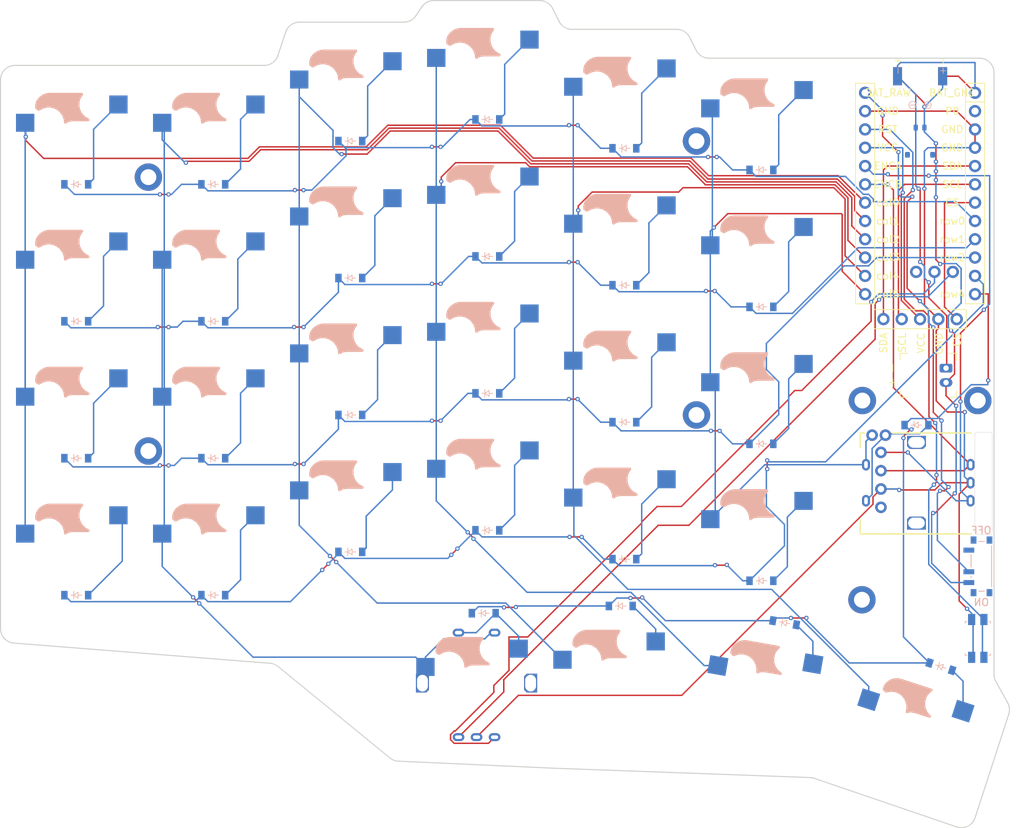
<source format=kicad_pcb>
(kicad_pcb (version 20241229) (generator "pcbnew") (generator_version "9.0")
  (title_block (title "left") (date "2025-04-17") (rev "v1.0.0") (company "Unknown"))
  (layers (0 "F.Cu" signal) (2 "B.Cu" signal) (13 "F.Paste" user) (15 "B.Paste" user) (5 "F.SilkS" user "F.Silkscreen") (7 "B.SilkS" user "B.Silkscreen") (1 "F.Mask" user) (3 "B.Mask" user) (25 "Edge.Cuts" user))
  (net 0 "")
  (net 1 "col0")
  (net 2 "outer_bottom")
  (net 3 "GND")
  (net 4 "outer_home")
  (net 5 "outer_top")
  (net 6 "outer_num")
  (net 7 "col1")
  (net 8 "pinky_bottom")
  (net 9 "pinky_home")
  (net 10 "pinky_top")
  (net 11 "pinky_num")
  (net 12 "col2")
  (net 13 "ring_bottom")
  (net 14 "ring_home")
  (net 15 "ring_top")
  (net 16 "ring_num")
  (net 17 "col3")
  (net 18 "middle_bottom")
  (net 19 "middle_home")
  (net 20 "middle_top")
  (net 21 "middle_num")
  (net 22 "col4")
  (net 23 "index_bottom")
  (net 24 "index_home")
  (net 25 "index_top")
  (net 26 "index_num")
  (net 27 "col5")
  (net 28 "inner_bottom")
  (net 29 "inner_home")
  (net 30 "inner_top")
  (net 31 "inner_num")
  (net 32 "inner_cluster")
  (net 33 "home_cluster")
  (net 34 "layer_cluster")
  (net 35 "space_cluster")
  (net 36 "row3")
  (net 37 "row2")
  (net 38 "row1")
  (net 39 "row0")
  (net 40 "row4")
  (net 41 "scrollwheel_enc")
  (net 42 "ENCA")
  (net 43 "ENCB")
  (net 44 "ENCC")
  (net 45 "ENCD")
  (net 46 "BAT_RAW")
  (net 47 "RST")
  (net 48 "VCC")
  (net 49 "BAT_GND")
  (net 50 "P0")
  (net 51 "SDA")
  (net 52 "SCL")
  (net 53 "CS")
  (net 54 "P107")
  (net 55 "ON_P")
  (footprint "ceoloide:mounting_hole_plated" (layer "F.Cu") (at 136 74)
    (property "Reference" "H3" (hide yes))
    (property "Value" "")
  )
  (footprint "ceoloide:mounting_hole_plated" (layer "F.Cu") (at 175 110)
    (property "Reference" "H12" (hide yes))
    (property "Value" "")
  )
  (footprint "ceoloide:display_nice_view" (layer "F.Cu") (at 167 82)
    (property "Reference" "DISP1" (hide yes))
    (property "Value" "")
  )
  (footprint "ceoloide:mounting_hole_plated" (layer "F.Cu") (at 136 112)
    (property "Reference" "H4" (hide yes))
    (property "Value" "")
  )
  (footprint "ceoloide:battery_connector_jst_ph_2" (layer "F.Cu") (at 170.6 106.5 -90)
    (property "Reference" "JST1" (hide yes))
    (property "Value" "")
  )
  (footprint "ceoloide:mounting_hole_plated" (layer "F.Cu") (at 60 79)
    (property "Reference" "H1" (hide yes))
    (property "Value" "")
  )
  (footprint "ceoloide:mounting_hole_plated" (layer "F.Cu") (at 158.937608 137.638014 -10)
    (property "Reference" "H5" (hide yes))
    (property "Value" "")
  )
  (footprint "scrollwheel:RollerEncoder_Panasonic_EVQWGD001" (layer "F.Cu") (at 167.2 121)
    (property "Reference" "REF**")
    (property "Value" "RollerEncoder_Panasonic_EVQWGD001")
    (fp_line (start 7.4 -6.3) (end 7.4 7.3) (stroke (width 0.05)) (layer "Edge.Cuts"))
    (fp_line (start 7.7 7.6) (end 9.5 7.6) (stroke (width 0.05)) (layer "Edge.Cuts"))
    (fp_line (start 9.5 -6.6) (end 7.7 -6.6) (stroke (width 0.05)) (layer "Edge.Cuts"))
    (fp_line (start 9.8 7.3) (end 9.8 -6.3) (stroke (width 0.05)) (layer "Edge.Cuts"))
    (fp_arc (start 7.4 -6.3) (mid 7.487868 -6.512132) (end 7.7 -6.6) (stroke (width 0.05)) (layer "Edge.Cuts"))
    (fp_arc (start 7.7 7.6) (mid 7.487868 7.512132) (end 7.4 7.3) (stroke (width 0.05)) (layer "Edge.Cuts"))
    (fp_arc (start 9.5 -6.6) (mid 9.712132 -6.512132) (end 9.8 -6.3) (stroke (width 0.05)) (layer "Edge.Cuts"))
    (fp_arc (start 9.8 7.3) (mid 9.712132 7.512132) (end 9.5 7.6) (stroke (width 0.05)) (layer "Edge.Cuts"))
  )
  (footprint "pads" (layer "F.Cu") (at 167 65)
    (property "Reference" "PAD1" (hide yes))
    (property "Value" "")
  )
  (footprint "icon_bat" (layer "F.Cu") (at 167 69)
    (property "Reference" "")
    (property "Value" "")
  )
  (footprint "ceoloide:mounting_hole_plated" (layer "F.Cu") (at 159 110)
    (property "Reference" "H11" (hide yes))
    (property "Value" "")
  )
  (footprint "ceoloide:mcu_supermini_nrf52840" (layer "F.Cu") (at 167 80)
    (property "Reference" "MCU1" (hide yes))
    (property "Value" "")
  )
  (footprint "ceoloide:mounting_hole_plated" (layer "F.Cu") (at 60 117)
    (property "Reference" "H2" (hide yes))
    (property "Value" "")
  )
  (footprint "ceoloide:switch_mx" (layer "B.Cu") (at 145 110)
    (property "Reference" "S22" (hide yes))
    (property "Value" "")
  )
  (footprint "ceoloide:diode_tht_sod123" (layer "B.Cu") (at 166.5 113.4)
    (property "Reference" "D29" (hide yes))
    (property "Value" "")
  )
  (footprint "ceoloide:diode_tht_sod123" (layer "B.Cu") (at 88 93)
    (property "Reference" "D11" (hide yes))
    (property "Value" "")
  )
  (footprint "ceoloide:switch_mx" (layer "B.Cu") (at 50 112)
    (property "Reference" "S2" (hide yes))
    (property "Value" "")
  )
  (footprint "ceoloide:switch_mx" (layer "B.Cu") (at 145 91)
    (property "Reference" "S23" (hide yes))
    (property "Value" "")
  )
  (footprint "ceoloide:diode_tht_sod123" (layer "B.Cu") (at 107 128)
    (property "Reference" "D13" (hide yes))
    (property "Value" "")
  )
  (footprint "ceoloide:switch_mx" (layer "B.Cu") (at 145.5 150.5 -10)
    (property "Reference" "S27" (hide yes))
    (property "Value" "")
  )
  (footprint "ceoloide:diode_tht_sod123" (layer "B.Cu") (at 50 80)
    (property "Reference" "D4" (hide yes))
    (property "Value" "")
  )
  (footprint "ceoloide:switch_mx" (layer "B.Cu") (at 107 122)
    (property "Reference" "S13" (hide yes))
    (property "Value" "")
  )
  (footprint "ceoloide:switch_mx" (layer "B.Cu") (at 126 69)
    (property "Reference" "S20" (hide yes))
    (property "Value" "")
  )
  (footprint "ceoloide:switch_mx" (layer "B.Cu") (at 107 84)
    (property "Reference" "S15" (hide yes))
    (property "Value" "")
  )
  (footprint "ceoloide:diode_tht_sod123" (layer "B.Cu") (at 50 137)
    (property "Reference" "D1" (hide yes))
    (property "Value" "")
  )
  (footprint "ceoloide:diode_tht_sod123" (layer "B.Cu") (at 145 116)
    (property "Reference" "D22" (hide yes))
    (property "Value" "")
  )
  (footprint "ceoloide:switch_mx" (layer "B.Cu") (at 145 129)
    (property "Reference" "S21" (hide yes))
    (property "Value" "")
  )
  (footprint "ceoloide:diode_tht_sod123" (layer "B.Cu") (at 145 135)
    (property "Reference" "D21" (hide yes))
    (property "Value" "")
  )
  (footprint "ceoloide:switch_mx" (layer "B.Cu") (at 69 112)
    (property "Reference" "S6" (hide yes))
    (property "Value" "")
  )
  (footprint "ceoloide:diode_tht_sod123" (layer "B.Cu") (at 169.874893 146.914679 -18)
    (property "Reference" "D28" (hide yes))
    (property "Value" "")
  )
  (footprint "ceoloide:diode_tht_sod123" (layer "B.Cu") (at 69 80)
    (property "Reference" "D8" (hide yes))
    (property "Value" "")
  )
  (footprint "ceoloide:switch_mx" (layer "B.Cu") (at 50 74)
    (property "Reference" "S4" (hide yes))
    (property "Value" "")
  )
  (footprint "ceoloide:switch_mx" (layer "B.Cu") (at 88 87)
    (property "Reference" "S11" (hide yes))
    (property "Value" "")
  )
  (footprint "ceoloide:diode_tht_sod123" (layer "B.Cu") (at 69 137)
    (property "Reference" "D5" (hide yes))
    (property "Value" "")
  )
  (footprint "ceoloide:diode_tht_sod123" (layer "B.Cu") (at 88 112)
    (property "Reference" "D10" (hide yes))
    (property "Value" "")
  )
  (footprint "ceoloide:switch_mx" (layer "B.Cu") (at 88 125)
    (property "Reference" "S9" (hide yes))
    (property "Value" "")
  )
  (footprint "ceoloide:diode_tht_sod123" (layer "B.Cu") (at 148.22129 140.825571 -10)
    (property "Reference" "D27" (hide yes))
    (property "Value" "")
  )
  (footprint "ceoloide:switch_mx" (layer "B.Cu") (at 88 68)
    (property "Reference" "S12" (hide yes))
    (property "Value" "")
  )
  (footprint "ceoloide:switch_mx" (layer "B.Cu") (at 126 126)
    (property "Reference" "S17" (hide yes))
    (property "Value" "")
  )
  (footprint "ceoloide:switch_mx" (layer "B.Cu") (at 50 131)
    (property "Reference" "S1" (hide yes))
    (property "Value" "")
  )
  (footprint "ceoloide:diode_tht_sod123" (layer "B.Cu") (at 145 97)
    (property "Reference" "D23" (hide yes))
    (property "Value" "")
  )
  (footprint "ceoloide:switch_mx" (layer "B.Cu") (at 69 131)
    (property "Reference" "S5" (hide yes))
    (property "Value" "")
  )
  (footprint "ceoloide:diode_tht_sod123" (layer "B.Cu") (at 50 99)
    (property "Reference" "D3" (hide yes))
    (property "Value" "")
  )
  (footprint "ceoloide:switch_mx" (layer "B.Cu") (at 107 103)
    (property "Reference" "S14" (hide yes))
    (property "Value" "")
  )
  (footprint "ceoloide:switch_mx" (layer "B.Cu") (at 88 106)
    (property "Reference" "S10" (hide yes))
    (property "Value" "")
  )
  (footprint "ceoloide:rotary_encoder_ec11_ec12" (layer "B.Cu") (at 166.5 121.4 -90)
    (property "Reference" "RE1" (hide yes))
    (property "Value" "")
  )
  (footprint "ceoloide:diode_tht_sod123" (layer "B.Cu") (at 126 75)
    (property "Reference" "D20" (hide yes))
    (property "Value" "")
  )
  (footprint "ceoloide:diode_tht_sod123" (layer "B.Cu") (at 125.5 138.5)
    (property "Reference" "D26" (hide yes))
    (property "Value" "")
  )
  (footprint "ceoloide:switch_mx" (layer "B.Cu") (at 69 74)
    (property "Reference" "S8" (hide yes))
    (property "Value" "")
  )
  (footprint "ceoloide:switch_mx" (layer "B.Cu") (at 126 88)
    (property "Reference" "S19" (hide yes))
    (property "Value" "")
  )
  (footprint "ceoloide:diode_tht_sod123" (layer "B.Cu") (at 50 118)
    (property "Reference" "D2" (hide yes))
    (property "Value" "")
  )
  (footprint "ceoloide:diode_tht_sod123" (layer "B.Cu") (at 126 132)
    (property "Reference" "D17" (hide yes))
    (property "Value" "")
  )
  (footprint "ceoloide:switch_mx" (layer "B.Cu") (at 145 72)
    (property "Reference" "S24" (hide yes))
    (property "Value" "")
  )
  (footprint "ceoloide:switch_mx" (layer "B.Cu") (at 69 93)
    (property "Reference" "S7" (hide yes))
    (property "Value" "")
  )
  (footprint "ceoloide:diode_tht_sod123" (layer "B.Cu") (at 126 94)
    (property "Reference" "D19" (hide yes))
    (property "Value" "")
  )
  (footprint "ceoloide:switch_mx" (layer "B.Cu") (at 107 65)
    (property "Reference" "S16" (hide yes))
    (property "Value" "")
  )
  (footprint "ceoloide:reset_switch_smd_side" (layer "B.Cu") (at 175 143 -90)
    (property "Reference" "RST1" (hide yes))
    (property "Value" "")
  )
  (footprint "ceoloide:diode_tht_sod123" (layer "B.Cu") (at 88 131)
    (property "Reference" "D9" (hide yes))
    (property "Value" "")
  )
  (footprint "ceoloide:power_switch_smd_side" (layer "B.Cu") (at 175.5 133)
    (property "Reference" "PWR1" (hide yes))
    (property "Value" "")
  )
  (footprint "ceoloide:switch_mx" (layer "B.Cu") (at 126 107)
    (property "Reference" "S18" (hide yes))
    (property "Value" "")
  )
  (footprint "ceoloide:switch_mx" (layer "B.Cu") (at 124.5 148.5)
    (property "Reference" "S26" (hide yes))
    (property "Value" "")
  )
  (footprint "ceoloide:diode_tht_sod123" (layer "B.Cu") (at 88 74)
    (property "Reference" "D12" (hide yes))
    (property "Value" "")
  )
  (footprint "ceoloide:switch_mx" (layer "B.Cu") (at 50 93)
    (property "Reference" "S3" (hide yes))
    (property "Value" "")
  )
  (footprint "ceoloide:switch_mx" (layer "B.Cu") (at 165.833667 156.116227 -18)
    (property "Reference" "S28" (hide yes))
    (property "Value" "")
  )
  (footprint "ceoloide:diode_tht_sod123" (layer "B.Cu") (at 106.5 139.5)
    (property "Reference" "D25" (hide yes))
    (property "Value" "")
  )
  (footprint "ceoloide:diode_tht_sod123" (layer "B.Cu") (at 107 71)
    (property "Reference" "D16" (hide yes))
    (property "Value" "")
  )
  (footprint "ceoloide:rotary_encoder_ec11_ec12" (layer "B.Cu") (at 105.5 149.2 180)
    (property "Reference" "RE2" (hide yes))
    (property "Value" "")
  )
  (footprint "ceoloide:diode_tht_sod123" (layer "B.Cu") (at 145 78)
    (property "Reference" "D24" (hide yes))
    (property "Value" "")
  )
  (footprint "ceoloide:switch_mx" (layer "B.Cu") (at 105.5 149.5)
    (property "Reference" "S25" (hide yes))
    (property "Value" "")
  )
  (footprint "ceoloide:diode_tht_sod123" (layer "B.Cu") (at 69 118)
    (property "Reference" "D6" (hide yes))
    (property "Value" "")
  )
  (footprint "ceoloide:battery_connector_molex_pico_ezmate_1x02" (layer "B.Cu") (at 167 74)
    (property "Reference" "CONN1" (hide yes))
    (property "Value" "")
  )
  (footprint "ceoloide:diode_tht_sod123" (layer "B.Cu") (at 107 90)
    (property "Reference" "D15" (hide yes))
    (property "Value" "")
  )
  (footprint "ceoloide:diode_tht_sod123" (layer "B.Cu") (at 69 99)
    (property "Reference" "D7" (hide yes))
    (property "Value" "")
  )
  (footprint "ceoloide:diode_tht_sod123" (layer "B.Cu") (at 107 109)
    (property "Reference" "D14" (hide yes))
    (property "Value" "")
  )
  (footprint "ceoloide:diode_tht_sod123" (layer "B.Cu") (at 126 113)
    (property "Reference" "D18" (hide yes))
    (property "Value" "")
  )
  (gr_line (start 97.093733 56.6094) (end 97.906267 55.3906) (stroke (width 0.15)) (layer "Edge.Cuts"))
  (gr_arc (start 77.955848 62.132456) (mid 77.2279 63.122477) (end 76.058482 63.5) (stroke (width 0.15)) (layer "Edge.Cuts"))
  (gr_arc (start 177.499095 148.951208) (mid 177.313275 148.483694) (end 177.25 147.9846) (stroke (width 0.15)) (layer "Edge.Cuts"))
  (gr_line (start 135.052786 59.605573) (end 135.947214 61.394427) (stroke (width 0.15)) (layer "Edge.Cuts"))
  (gr_line (start 177.499095 148.951208) (end 179.144667 151.931982) (stroke (width 0.15)) (layer "Edge.Cuts"))
  (gr_line (start 80.941518 57.5) (end 95.429632 57.5) (stroke (width 0.15)) (layer "Edge.Cuts"))
  (gr_arc (start 79.044152 58.867544) (mid 79.7721 57.877523) (end 80.941518 57.5) (stroke (width 0.15)) (layer "Edge.Cuts"))
  (gr_arc (start 114.263932 54.5) (mid 115.315382 54.798711) (end 116.052786 55.605573) (stroke (width 0.15)) (layer "Edge.Cuts"))
  (gr_line (start 137.736068 62.5) (end 175.25 62.5) (stroke (width 0.15)) (layer "Edge.Cuts"))
  (gr_arc (start 133.263932 58.5) (mid 134.315382 58.798711) (end 135.052786 59.605573) (stroke (width 0.15)) (layer "Edge.Cuts"))
  (gr_arc (start 116.00891 161.000325) (mid 115.999998 160.99998) (end 115.991087 160.999595) (stroke (width 0.15)) (layer "Edge.Cuts"))
  (gr_line (start 118.736068 58.5) (end 133.263932 58.5) (stroke (width 0.15)) (layer "Edge.Cuts"))
  (gr_arc (start 97.906267 55.3906) (mid 98.626649 54.736639) (end 99.570368 54.5) (stroke (width 0.15)) (layer "Edge.Cuts"))
  (gr_line (start 39.5 141.651672) (end 39.5 65.5) (stroke (width 0.15)) (layer "Edge.Cuts"))
  (gr_arc (start 39.5 65.5) (mid 40.085786 64.085786) (end 41.5 63.5) (stroke (width 0.15)) (layer "Edge.Cuts"))
  (gr_arc (start 175.25 62.5) (mid 176.664214 63.085786) (end 177.25 64.5) (stroke (width 0.15)) (layer "Edge.Cuts"))
  (gr_arc (start 76.875652 146.450709) (mid 77.46427 146.588867) (end 77.984722 146.896591) (stroke (width 0.15)) (layer "Edge.Cuts"))
  (gr_arc (start 118.736068 58.5) (mid 117.684618 58.201289) (end 116.947214 57.394427) (stroke (width 0.15)) (layer "Edge.Cuts"))
  (gr_line (start 115.991087 160.999595) (end 94.662435 160.030111) (stroke (width 0.15)) (layer "Edge.Cuts"))
  (gr_arc (start 97.093733 56.6094) (mid 96.373351 57.263361) (end 95.429632 57.5) (stroke (width 0.15)) (layer "Edge.Cuts"))
  (gr_arc (start 137.736068 62.5) (mid 136.684618 62.201289) (end 135.947214 61.394427) (stroke (width 0.15)) (layer "Edge.Cuts"))
  (gr_line (start 41.5 63.5) (end 76.058482 63.5) (stroke (width 0.15)) (layer "Edge.Cuts"))
  (gr_line (start 177.25 147.9846) (end 177.25 64.5) (stroke (width 0.15)) (layer "Edge.Cuts"))
  (gr_line (start 93.486774 159.580088) (end 77.984722 146.896591) (stroke (width 0.15)) (layer "Edge.Cuts"))
  (gr_arc (start 151.753211 162.305741) (mid 152.043639 162.337707) (end 152.326313 162.411643) (stroke (width 0.15)) (layer "Edge.Cuts"))
  (gr_arc (start 174.628909 167.880071) (mid 173.62157 169.050691) (end 172.0807 169.154803) (stroke (width 0.15)) (layer "Edge.Cuts"))
  (gr_line (start 116.052786 55.605573) (end 116.947214 57.394427) (stroke (width 0.15)) (layer "Edge.Cuts"))
  (gr_line (start 179.295875 153.516625) (end 174.628909 167.880071) (stroke (width 0.15)) (layer "Edge.Cuts"))
  (gr_arc (start 94.662435 160.030111) (mid 94.038283 159.899994) (end 93.486774 159.580088) (stroke (width 0.15)) (layer "Edge.Cuts"))
  (gr_line (start 99.570368 54.5) (end 114.263932 54.5) (stroke (width 0.15)) (layer "Edge.Cuts"))
  (gr_line (start 172.0807 169.154803) (end 152.326313 162.411643) (stroke (width 0.15)) (layer "Edge.Cuts"))
  (gr_line (start 76.875652 146.450709) (end 41.342595 143.645468) (stroke (width 0.15)) (layer "Edge.Cuts"))
  (gr_line (start 151.753211 162.305741) (end 116.00891 161.000325) (stroke (width 0.15)) (layer "Edge.Cuts"))
  (gr_arc (start 41.342595 143.645468) (mid 40.0312 143.009092) (end 39.5 141.651672) (stroke (width 0.15)) (layer "Edge.Cuts"))
  (gr_arc (start 179.144667 151.931982) (mid 179.384727 152.708612) (end 179.295875 153.516625) (stroke (width 0.15)) (layer "Edge.Cuts"))
  (gr_line (start 77.955848 62.132456) (end 79.044152 58.867544) (stroke (width 0.15)) (layer "Edge.Cuts"))
  (segment (start 135.243657 76.356343) (end 113.356343 76.356343) (width 0.2) (layer "F.Cu") (net 1))
  (segment (start 155.64 78.8) (end 137.687314 78.8) (width 0.2) (layer "F.Cu") (net 1))
  (segment (start 108.8 71.8) (end 93.2 71.8) (width 0.2) (layer "F.Cu") (net 1))
  (segment (start 73.799 76.401) (end 45.481108 76.401) (width 0.2) (layer "F.Cu") (net 1))
  (segment (start 90.2 74.8) (end 75.4 74.8) (width 0.2) (layer "F.Cu") (net 1))
  (segment (start 45.481108 76.401) (end 43 73.919892) (width 0.2) (layer "F.Cu") (net 1))
  (segment (start 113.356343 76.356343) (end 108.8 71.8) (width 0.2) (layer "F.Cu") (net 1))
  (segment (start 159.38 82.54) (end 155.64 78.8) (width 0.2) (layer "F.Cu") (net 1))
  (segment (start 43 73.919892) (end 43 73.4) (width 0.2) (layer "F.Cu") (net 1))
  (segment (start 137.687314 78.8) (end 135.243657 76.356343) (width 0.2) (layer "F.Cu") (net 1))
  (segment (start 75.4 74.8) (end 73.799 76.401) (width 0.2) (layer "F.Cu") (net 1))
  (segment (start 93.2 71.8) (end 90.2 74.8) (width 0.2) (layer "F.Cu") (net 1))
  (via (at 43 73.4) (size 0.6) (drill 0.3) (layers "F.Cu" "B.Cu") (net 1))
  (segment (start 42.915 71.46) (end 42.915 90.46) (width 0.2) (layer "B.Cu") (net 1))
  (segment (start 43 73.4) (end 43 71.545) (width 0.2) (layer "B.Cu") (net 1))
  (segment (start 42.915 90.46) (end 42.915 109.46) (width 0.2) (layer "B.Cu") (net 1))
  (segment (start 42.915 90.46) (end 42.915 128.46) (width 0.2) (layer "B.Cu") (net 1))
  (segment (start 43 71.545) (end 42.915 71.46) (width 0.2) (layer "B.Cu") (net 1))
  (segment (start 56.381 132.269) (end 51.65 137) (width 0.2) (layer "B.Cu") (net 2))
  (segment (start 55.842 125.92) (end 56.381 126.459) (width 0.2) (layer "B.Cu") (net 2))
  (segment (start 56.381 126.459) (end 56.381 132.269) (width 0.2) (layer "B.Cu") (net 2))
  (segment (start 160.474 124.379496) (end 160.474 123.371) (width 0.2) (layer "F.Cu") (net 3))
  (segment (start 174.62 72.38) (end 174.62 74.92) (width 0.2) (layer "F.Cu") (net 3))
  (segment (start 167.611 96.771) (end 167.611 80.611) (width 0.2) (layer "F.Cu") (net 3))
  (segment (start 173.513235 138.886765) (end 172.419527 137.793057) (width 0.2) (layer "F.Cu") (net 3))
  (segment (start 160.474 123.371) (end 161.575 122.27) (width 0.2) (layer "F.Cu") (net 3))
  (segment (start 105.5 156.7) (end 111.299 150.901) (width 0.2) (layer "F.Cu") (net 3))
  (segment (start 169.54 98.7) (end 167.611 96.771) (width 0.2) (layer "F.Cu") (net 3))
  (segment (start 167.611 80.611) (end 167.6 80.6) (width 0.2) (layer "F.Cu") (net 3))
  (segment (start 170.791573 111.591573) (end 169.23455 110.03455) (width 0.2) (layer "F.Cu") (net 3))
  (segment (start 172.08 69.84) (end 159.38 69.84) (width 0.2) (layer "F.Cu") (net 3))
  (segment (start 173.203644 111.591573) (end 170.791573 111.591573) (width 0.2) (layer "F.Cu") (net 3))
  (segment (start 169.54 99.993898) (end 169.54 98.7) (width 0.2) (layer "F.Cu") (net 3))
  (segment (start 169.23455 100.299348) (end 169.54 99.993898) (width 0.2) (layer "F.Cu") (net 3))
  (segment (start 172.419527 122.980473) (end 174 121.4) (width 0.2) (layer "F.Cu") (net 3))
  (segment (start 133.952496 150.901) (end 160.474 124.379496) (width 0.2) (layer "F.Cu") (net 3))
  (segment (start 164.1 122.4) (end 169.041416 122.4) (width 0.2) (layer "F.Cu") (net 3))
  (segment (start 174.62 72.38) (end 172.08 69.84) (width 0.2) (layer "F.Cu") (net 3))
  (segment (start 169.041416 122.4) (end 170.041416 121.4) (width 0.2) (layer "F.Cu") (net 3))
  (segment (start 111.299 150.901) (end 133.952496 150.901) (width 0.2) (layer "F.Cu") (net 3))
  (segment (start 172.419527 137.793057) (end 172.419527 122.980473) (width 0.2) (layer "F.Cu") (net 3))
  (segment (start 170.041416 121.4) (end 174 121.4) (width 0.2) (layer "F.Cu") (net 3))
  (segment (start 169.23455 110.03455) (end 169.23455 100.299348) (width 0.2) (layer "F.Cu") (net 3))
  (via (at 173.513235 138.886765) (size 0.6) (drill 0.3) (layers "F.Cu" "B.Cu") (net 3))
  (via (at 167.6 80.6) (size 0.6) (drill 0.3) (layers "F.Cu" "B.Cu") (net 3))
  (via (at 173.203644 111.591573) (size 0.6) (drill 0.3) (layers "F.Cu" "B.Cu") (net 3))
  (via (at 164.1 122.4) (size 0.6) (drill 0.3) (layers "F.Cu" "B.Cu") (net 3))
  (segment (start 174.62 74.92) (end 168.08 74.92) (width 0.2) (layer "B.Cu") (net 3))
  (segment (start 173.149 120.549) (end 173.149 111.646217) (width 0.2) (layer "B.Cu") (net 3))
  (segment (start 174.15 140.375) (end 174.351 140.576) (width 0.2) (layer "B.Cu") (net 3))
  (segment (start 167.6 75.4) (end 167.6 80.6) (width 0.2) (layer "B.Cu") (net 3))
  (segment (start 161.575 122.27) (end 163.97 122.27) (width 0.2) (layer "B.Cu") (net 3))
  (segment (start 174 121.4) (end 173.149 120.549) (width 0.2) (layer "B.Cu") (net 3))
  (segment (start 168.08 74.92) (end 167.6 75.4) (width 0.2) (layer "B.Cu") (net 3))
  (segment (start 173.149 111.646217) (end 173.203644 111.591573) (width 0.2) (layer "B.Cu") (net 3))
  (segment (start 174.351 140.576) (end 174.351 145.424) (width 0.2) (layer "B.Cu") (net 3))
  (segment (start 174.15 139.52353) (end 173.513235 138.886765) (width 0.2) (layer "B.Cu") (net 3))
  (segment (start 174.351 145.424) (end 174.15 145.625) (width 0.2) (layer "B.Cu") (net 3))
  (segment (start 163.97 122.27) (end 164.1 122.4) (width 0.2) (layer "B.Cu") (net 3))
  (segment (start 174.15 140.375) (end 174.15 139.52353) (width 0.2) (layer "B.Cu") (net 3))
  (segment (start 55.842 106.92) (end 52.401 110.361) (width 0.2) (layer "B.Cu") (net 4))
  (segment (start 52.401 117.249) (end 51.65 118) (width 0.2) (layer "B.Cu") (net 4))
  (segment (start 52.401 110.361) (end 52.401 117.249) (width 0.2) (layer "B.Cu") (net 4))
  (segment (start 53.779 89.983) (end 53.779 96.871) (width 0.2) (layer "B.Cu") (net 5))
  (segment (start 53.779 96.871) (end 51.65 99) (width 0.2) (layer "B.Cu") (net 5))
  (segment (start 55.842 87.92) (end 53.779 89.983) (width 0.2) (layer "B.Cu") (net 5))
  (segment (start 55.842 68.92) (end 52.401 72.361) (width 0.2) (layer "B.Cu") (net 6))
  (segment (start 52.401 72.361) (end 52.401 79.249) (width 0.2) (layer "B.Cu") (net 6))
  (segment (start 52.401 79.249) (end 51.65 80) (width 0.2) (layer "B.Cu") (net 6))
  (segment (start 93.3661 72.201) (end 90.3661 75.201) (width 0.2) (layer "F.Cu") (net 7))
  (segment (start 66.209509 137.301) (end 67.053519 138.14501) (width 0.2) (layer "F.Cu") (net 7))
  (segment (start 157.93645 83.63645) (end 157.93645 81.66355) (width 0.2) (layer "F.Cu") (net 7))
  (segment (start 73.9651 76.802) (end 65.399 76.802) (width 0.2) (layer "F.Cu") (net 7))
  (segment (start 66.2 137.301) (end 66.209509 137.301) (width 0.2) (layer "F.Cu") (net 7))
  (segment (start 157.93645 81.66355) (end 155.53645 79.26355) (width 0.2) (layer "F.Cu") (net 7))
  (segment (start 108.6339 72.201) (end 93.3661 72.201) (width 0.2) (layer "F.Cu") (net 7))
  (segment (start 155.53645 79.26355) (end 137.583764 79.26355) (width 0.2) (layer "F.Cu") (net 7))
  (segment (start 75.5661 75.201) (end 73.9651 76.802) (width 0.2) (layer "F.Cu") (net 7))
  (segment (start 90.3661 75.201) (end 75.5661 75.201) (width 0.2) (layer "F.Cu") (net 7))
  (segment (start 137.583764 79.26355) (end 135.077557 76.757343) (width 0.2) (layer "F.Cu") (net 7))
  (segment (start 135.077557 76.757343) (end 113.190243 76.757343) (width 0.2) (layer "F.Cu") (net 7))
  (segment (start 159.38 85.08) (end 157.93645 83.63645) (width 0.2) (layer "F.Cu") (net 7))
  (segment (start 65.399 76.802) (end 65.2 77.001) (width 0.2) (layer "F.Cu") (net 7))
  (segment (start 113.190243 76.757343) (end 108.6339 72.201) (width 0.2) (layer "F.Cu") (net 7))
  (via (at 66.2 137.301) (size 0.6) (drill 0.3) (layers "F.Cu" "B.Cu") (net 7))
  (via (at 65.2 77.001) (size 0.6) (drill 0.3) (layers "F.Cu" "B.Cu") (net 7))
  (via (at 67.053519 138.14501) (size 0.6) (drill 0.3) (layers "F.Cu" "B.Cu") (net 7))
  (segment (start 65.081108 77.001) (end 61.915 73.834892) (width 0.2) (layer "B.Cu") (net 7))
  (segment (start 61.915 128.46) (end 62.201 128.174) (width 0.2) (layer "B.Cu") (net 7))
  (segment (start 62.201 109.746) (end 61.915 109.46) (width 0.2) (layer "B.Cu") (net 7))
  (segment (start 62.201 128.174) (end 62.201 109.746) (width 0.2) (layer "B.Cu") (net 7))
  (segment (start 61.915 109.46) (end 61.915 90.46) (width 0.2) (layer "B.Cu") (net 7))
  (segment (start 74.508509 145.6) (end 97.055 145.6) (width 0.2) (layer "B.Cu") (net 7))
  (segment (start 100.949 143.051) (end 98.415 145.585) (width 0.2) (layer "B.Cu") (net 7))
  (segment (start 108 142.2) (end 107.5 142.2) (width 0.2) (layer "B.Cu") (net 7))
  (segment (start 106.649 143.051) (end 100.949 143.051) (width 0.2) (layer "B.Cu") (net 7))
  (segment (start 65.2 77.001) (end 65.081108 77.001) (width 0.2) (layer "B.Cu") (net 7))
  (segment (start 67.053519 138.14501) (end 74.508509 145.6) (width 0.2) (layer "B.Cu") (net 7))
  (segment (start 61.915 109.46) (end 62.201 109.174) (width 0.2) (layer "B.Cu") (net 7))
  (segment (start 98.154 146.699) (end 98.415 146.699) (width 0.2) (layer "B.Cu") (net 7))
  (segment (start 62.201 71.746) (end 61.915 71.46) (width 0.2) (layer "B.Cu") (net 7))
  (segment (start 62.201 109.174) (end 62.201 71.746) (width 0.2) (layer "B.Cu") (net 7))
  (segment (start 107.5 142.2) (end 106.649 143.051) (width 0.2) (layer "B.Cu") (net 7))
  (segment (start 97.055 145.6) (end 98.415 146.96) (width 0.2) (layer "B.Cu") (net 7))
  (segment (start 61.915 73.834892) (end 61.915 71.46) (width 0.2) (layer "B.Cu") (net 7))
  (segment (start 61.915 133.016) (end 66.2 137.301) (width 0.2) (layer "B.Cu") (net 7))
  (segment (start 98.415 145.585) (end 98.415 146.96) (width 0.2) (layer "B.Cu") (net 7))
  (segment (start 61.915 128.46) (end 61.915 133.016) (width 0.2) (layer "B.Cu") (net 7))
  (segment (start 74.842 125.92) (end 72.779 127.983) (width 0.2) (layer "B.Cu") (net 8))
  (segment (start 72.779 134.871) (end 70.65 137) (width 0.2) (layer "B.Cu") (net 8))
  (segment (start 72.779 127.983) (end 72.779 134.871) (width 0.2) (layer "B.Cu") (net 8))
  (segment (start 72.779 108.983) (end 72.779 115.871) (width 0.2) (layer "B.Cu") (net 9))
  (segment (start 72.779 115.871) (end 70.65 118) (width 0.2) (layer "B.Cu") (net 9))
  (segment (start 74.842 106.92) (end 72.779 108.983) (width 0.2) (layer "B.Cu") (net 9))
  (segment (start 74.842 87.92) (end 72.4 90.362) (width 0.2) (layer "B.Cu") (net 10))
  (segment (start 72.4 97.25) (end 70.65 99) (width 0.2) (layer "B.Cu") (net 10))
  (segment (start 72.4 90.362) (end 72.4 97.25) (width 0.2) (layer "B.Cu") (net 10))
  (segment (start 74.842 68.92) (end 72.779 70.983) (width 0.2) (layer "B.Cu") (net 11))
  (segment (start 72.779 77.871) (end 70.65 80) (width 0.2) (layer "B.Cu") (net 11))
  (segment (start 72.779 70.983) (end 72.779 77.871) (width 0.2) (layer "B.Cu") (net 11))
  (segment (start 90.3332 75.801) (end 87.8 75.801) (width 0.2) (layer "F.Cu") (net 12))
  (segment (start 108.4 72.602) (end 93.5322 72.602) (width 0.2) (layer "F.Cu") (net 12))
  (segment (start 112.2329 76.3671) (end 108.4678 72.602) (width 0.2) (layer "F.Cu") (net 12))
  (segment (start 134.4 77.158343) (end 113.024143 77.158343) (width 0.2) (layer "F.Cu") (net 12))
  (segment (start 157.53545 81.82965) (end 155.37035 79.66455) (width 0.2) (layer "F.Cu") (net 12))
  (segment (start 86.8 75.801) (end 87.8 75.801) (width 0.2) (layer "F.Cu") (net 12))
  (segment (start 134.911457 77.158343) (end 134.4 77.158343) (width 0.2) (layer "F.Cu") (net 12))
  (segment (start 137.417664 79.66455) (end 136.576557 78.823443) (width 0.2) (layer "F.Cu") (net 12))
  (segment (start 159.38 87.62) (end 157.53545 85.77545) (width 0.2) (layer "F.Cu") (net 12))
  (segment (start 85.179046 131.572425) (end 85.201596 131.572425) (width 0.2) (layer "F.Cu") (net 12))
  (segment (start 108.4678 72.602) (end 108.4 72.602) (width 0.2) (layer "F.Cu") (net 12))
  (segment (start 85.201596 131.572425) (end 86.03885 132.409679) (width 0.2) (layer "F.Cu") (net 12))
  (segment (start 157.53545 85.77545) (end 157.53545 81.82965) (width 0.2) (layer "F.Cu") (net 12))
  (segment (start 113.024143 77.158343) (end 112.2329 76.3671) (width 0.2) (layer "F.Cu") (net 12))
  (segment (start 136.576557 78.823443) (end 134.911457 77.158343) (width 0.2) (layer "F.Cu") (net 12))
  (segment (start 93.5322 72.602) (end 90.3332 75.801) (width 0.2) (layer "F.Cu") (net 12))
  (segment (start 155.37035 79.66455) (end 137.417664 79.66455) (width 0.2) (layer "F.Cu") (net 12))
  (via (at 85.179046 131.572425) (size 0.6) (drill 0.3) (layers "F.Cu" "B.Cu") (net 12))
  (via (at 86.03885 132.409679) (size 0.6) (drill 0.3) (layers "F.Cu" "B.Cu") (net 12))
  (via (at 86.8 75.801) (size 0.6) (drill 0.3) (layers "F.Cu" "B.Cu") (net 12))
  (segment (start 91.724936 138.095765) (end 86.03885 132.409679) (width 0.2) (layer "B.Cu") (net 12))
  (segment (start 80.915 65.46) (end 80.915 84.46) (width 0.2) (layer "B.Cu") (net 12))
  (segment (start 80.915 65.46) (end 80.915 67.834892) (width 0.2) (layer "B.Cu") (net 12))
  (segment (start 110.055 138.598587) (end 109.552178 138.095765) (width 0.2) (layer "B.Cu") (net 12))
  (segment (start 80.915 84.46) (end 80.915 103.46) (width 0.2) (layer "B.Cu") (net 12))
  (segment (start 80.915 122.46) (end 80.915 127.308379) (width 0.2) (layer "B.Cu") (net 12))
  (segment (start 109.552178 138.095765) (end 91.724936 138.095765) (width 0.2) (layer "B.Cu") (net 12))
  (segment (start 85.6 72.519892) (end 85.6 74.902) (width 0.2) (layer "B.Cu") (net 12))
  (segment (start 80.915 67.834892) (end 85.6 72.519892) (width 0.2) (layer "B.Cu") (net 12))
  (segment (start 86.499 75.801) (end 86.8 75.801) (width 0.2) (layer "B.Cu") (net 12))
  (segment (start 80.915 127.308379) (end 85.179046 131.572425) (width 0.2) (layer "B.Cu") (net 12))
  (segment (start 80.915 122.46) (end 80.915 103.46) (width 0.2) (layer "B.Cu") (net 12))
  (segment (start 110.055 138.6) (end 110.055 138.598587) (width 0.2) (layer "B.Cu") (net 12))
  (segment (start 85.6 74.902) (end 86.499 75.801) (width 0.2) (layer "B.Cu") (net 12))
  (segment (start 117.415 145.96) (end 110.055 138.6) (width 0.2) (layer "B.Cu") (net 12))
  (segment (start 90.2 130.45) (end 89.65 131) (width 0.2) (layer "B.Cu") (net 13))
  (segment (start 90.2 126.040108) (end 90.2 130.45) (width 0.2) (layer "B.Cu") (net 13))
  (segment (start 93.842 122.398108) (end 90.2 126.040108) (width 0.2) (layer "B.Cu") (net 13))
  (segment (start 93.842 119.92) (end 93.842 122.398108) (width 0.2) (layer "B.Cu") (net 13))
  (segment (start 93.842 100.92) (end 91.779 102.983) (width 0.2) (layer "B.Cu") (net 14))
  (segment (start 91.779 109.871) (end 89.65 112) (width 0.2) (layer "B.Cu") (net 14))
  (segment (start 91.779 102.983) (end 91.779 109.871) (width 0.2) (layer "B.Cu") (net 14))
  (segment (start 93.842 81.92) (end 91.4 84.362) (width 0.2) (layer "B.Cu") (net 15))
  (segment (start 91.4 91.25) (end 89.65 93) (width 0.2) (layer "B.Cu") (net 15))
  (segment (start 91.4 84.362) (end 91.4 91.25) (width 0.2) (layer "B.Cu") (net 15))
  (segment (start 90.401 73.249) (end 89.65 74) (width 0.2) (layer "B.Cu") (net 16))
  (segment (start 93.842 62.92) (end 90.401 66.361) (width 0.2) (layer "B.Cu") (net 16))
  (segment (start 90.401 66.361) (end 90.401 73.249) (width 0.2) (layer "B.Cu") (net 16))
  (segment (start 137.2 80.06555) (end 137.2 80.013986) (width 0.2) (layer "F.Cu") (net 17))
  (segment (start 105.074264 129.074266) (end 104.275734 128.275736) (width 0.2) (layer "F.Cu") (net 17))
  (segment (start 155.20425 80.06555) (end 137.2 80.06555) (width 0.2) (layer "F.Cu") (net 17))
  (segment (start 112.858043 77.559343) (end 112.2987 77) (width 0.2) (layer "F.Cu") (net 17))
  (segment (start 100.6 79) (end 100.6 79.6) (width 0.2) (layer "F.Cu") (net 17))
  (segment (start 157 81.8613) (end 155.20425 80.06555) (width 0.2) (layer "F.Cu") (net 17))
  (segment (start 157 87.78) (end 157 81.8613) (width 0.2) (layer "F.Cu") (net 17))
  (segment (start 137.2 80.013986) (end 134.745357 77.559343) (width 0.2) (layer "F.Cu") (net 17))
  (segment (start 102.6 77) (end 100.6 79) (width 0.2) (layer "F.Cu") (net 17))
  (segment (start 105.074264 129.174266) (end 105.074264 129.074266) (width 0.2) (layer "F.Cu") (net 17))
  (segment (start 134.745357 77.559343) (end 112.858043 77.559343) (width 0.2) (layer "F.Cu") (net 17))
  (segment (start 159.38 90.16) (end 157 87.78) (width 0.2) (layer "F.Cu") (net 17))
  (segment (start 112.2987 77) (end 102.6 77) (width 0.2) (layer "F.Cu") (net 17))
  (via (at 104.275734 128.275736) (size 0.6) (drill 0.3) (layers "F.Cu" "B.Cu") (net 17))
  (via (at 105.074264 129.174266) (size 0.6) (drill 0.3) (layers "F.Cu" "B.Cu") (net 17))
  (via (at 100.6 79.6) (size 0.6) (drill 0.3) (layers "F.Cu" "B.Cu") (net 17))
  (segment (start 99.915 123.915002) (end 99.915 119.46) (width 0.2) (layer "B.Cu") (net 17))
  (segment (start 104.275734 128.275736) (end 99.915 123.915002) (width 0.2) (layer "B.Cu") (net 17))
  (segment (start 112.499998 136.6) (end 105.074264 129.174266) (width 0.2) (layer "B.Cu") (net 17))
  (segment (start 138.963703 146.768291) (end 137.070291 146.768291) (width 0.2) (layer "B.Cu") (net 17))
  (segment (start 99.915 81.46) (end 99.915 119.46) (width 0.2) (layer "B.Cu") (net 17))
  (segment (start 100.6 80.775) (end 99.915 81.46) (width 0.2) (layer "B.Cu") (net 17))
  (segment (start 137.070291 146.768291) (end 126.902 136.6) (width 0.2) (layer "B.Cu") (net 17))
  (segment (start 99.915 62.46) (end 99.915 81.46) (width 0.2) (layer "B.Cu") (net 17))
  (segment (start 100.6 79.6) (end 100.6 80.775) (width 0.2) (layer "B.Cu") (net 17))
  (segment (start 126.902 136.6) (end 112.499998 136.6) (width 0.2) (layer "B.Cu") (net 17))
  (segment (start 99.915 81.46) (end 99.915 100.46) (width 0.2) (layer "B.Cu") (net 17))
  (segment (start 112.842 116.92) (end 110.779 118.983) (width 0.2) (layer "B.Cu") (net 18))
  (segment (start 110.779 125.871) (end 108.65 128) (width 0.2) (layer "B.Cu") (net 18))
  (segment (start 110.779 118.983) (end 110.779 125.871) (width 0.2) (layer "B.Cu") (net 18))
  (segment (start 110.779 106.871) (end 108.65 109) (width 0.2) (layer "B.Cu") (net 19))
  (segment (start 112.842 97.92) (end 110.779 99.983) (width 0.2) (layer "B.Cu") (net 19))
  (segment (start 110.779 99.983) (end 110.779 106.871) (width 0.2) (layer "B.Cu") (net 19))
  (segment (start 112.842 78.92) (end 110.779 80.983) (width 0.2) (layer "B.Cu") (net 20))
  (segment (start 110.779 80.983) (end 110.779 87.871) (width 0.2) (layer "B.Cu") (net 20))
  (segment (start 110.779 87.871) (end 108.65 90) (width 0.2) (layer "B.Cu") (net 20))
  (segment (start 109.401 70.249) (end 108.65 71) (width 0.2) (layer "B.Cu") (net 21))
  (segment (start 112.842 59.92) (end 109.401 63.361) (width 0.2) (layer "B.Cu") (net 21))
  (segment (start 109.401 63.361) (end 109.401 70.249) (width 0.2) (layer "B.Cu") (net 21))
  (segment (start 134.13345 80.46655) (end 155.03815 80.46655) (width 0.2) (layer "F.Cu") (net 22))
  (segment (start 133.531 81.069) (end 134.13345 80.46655) (width 0.2) (layer "F.Cu") (net 22))
  (segment (start 155.03815 80.46655) (end 156.6 82.0284) (width 0.2) (layer "F.Cu") (net 22))
  (segment (start 121.531 81.069) (end 133.531 81.069) (width 0.2) (layer "F.Cu") (net 22))
  (segment (start 156.6 82.0284) (end 156.6 89.92) (width 0.2) (layer "F.Cu") (net 22))
  (segment (start 156.6 89.92) (end 159.38 92.7) (width 0.2) (layer "F.Cu") (net 22))
  (segment (start 119.6 83.6) (end 119.6 83) (width 0.2) (layer "F.Cu") (net 22))
  (segment (start 119.6 83) (end 121.531 81.069) (width 0.2) (layer "F.Cu") (net 22))
  (via (at 119.6 83.6) (size 0.6) (drill 0.3) (layers "F.Cu" "B.Cu") (net 22))
  (segment (start 119.6 83.6) (end 119.6 84.775) (width 0.2) (layer "B.Cu") (net 22))
  (segment (start 126.499587 136.199) (end 146.418907 136.199) (width 0.2) (layer "B.Cu") (net 22))
  (segment (start 146.418907 136.199) (end 159.880335 149.660428) (width 0.2) (layer "B.Cu") (net 22))
  (segment (start 118.915 85.46) (end 118.915 104.46) (width 0.2) (layer "B.Cu") (net 22))
  (segment (start 119.6 84.775) (end 118.915 85.46) (width 0.2) (layer "B.Cu") (net 22))
  (segment (start 118.915 123.46) (end 119.000064 123.545064) (width 0.2) (layer "B.Cu") (net 22))
  (segment (start 159.880335 149.660428) (end 159.880335 151.511158) (width 0.2) (layer "B.Cu") (net 22))
  (segment (start 118.915 123.46) (end 118.915 104.46) (width 0.2) (layer "B.Cu") (net 22))
  (segment (start 119.000064 123.545064) (end 119.000064 128.699477) (width 0.2) (layer "B.Cu") (net 22))
  (segment (start 119.000064 128.699477) (end 126.499587 136.199) (width 0.2) (layer "B.Cu") (net 22))
  (segment (start 118.915 66.46) (end 118.915 85.46) (width 0.2) (layer "B.Cu") (net 22))
  (segment (start 128.401 131.249) (end 127.65 132) (width 0.2) (layer "B.Cu") (net 23))
  (segment (start 131.842 120.92) (end 128.401 124.361) (width 0.2) (layer "B.Cu") (net 23))
  (segment (start 128.401 124.361) (end 128.401 131.249) (width 0.2) (layer "B.Cu") (net 23))
  (segment (start 131.842 101.92) (end 129.779 103.983) (width 0.2) (layer "B.Cu") (net 24))
  (segment (start 129.779 103.983) (end 129.779 110.871) (width 0.2) (layer "B.Cu") (net 24))
  (segment (start 129.779 110.871) (end 127.65 113) (width 0.2) (layer "B.Cu") (net 24))
  (segment (start 131.842 82.92) (end 129.4 85.362) (width 0.2) (layer "B.Cu") (net 25))
  (segment (start 129.4 92.25) (end 127.65 94) (width 0.2) (layer "B.Cu") (net 25))
  (segment (start 129.4 85.362) (end 129.4 92.25) (width 0.2) (layer "B.Cu") (net 25))
  (segment (start 128.401 67.361) (end 128.401 74.249) (width 0.2) (layer "B.Cu") (net 26))
  (segment (start 131.842 63.92) (end 128.401 67.361) (width 0.2) (layer "B.Cu") (net 26))
  (segment (start 128.401 74.249) (end 127.65 75) (width 0.2) (layer "B.Cu") (net 26))
  (segment (start 156.199 84.2) (end 156.199 92.059) (width 0.2) (layer "F.Cu") (net 27))
  (segment (start 156.199 92.059) (end 159.38 95.24) (width 0.2) (layer "F.Cu") (net 27))
  (segment (start 138.4 86) (end 140.331 84.069) (width 0.2) (layer "F.Cu") (net 27))
  (segment (start 156.068 84.069) (end 156.199 84.2) (width 0.2) (layer "F.Cu") (net 27))
  (segment (start 140.331 84.069) (end 156.068 84.069) (width 0.2) (layer "F.Cu") (net 27))
  (via (at 138.4 86) (size 0.6) (drill 0.3) (layers "F.Cu" "B.Cu") (net 27))
  (segment (start 137.915 126.46) (end 145.475 118.9) (width 0.2) (layer "B.Cu") (net 27))
  (segment (start 138.4 86) (end 137.915 86.485) (width 0.2) (layer "B.Cu") (net 27))
  (segment (start 137.915 88.46) (end 137.915 107.46) (width 0.2) (layer "B.Cu") (net 27))
  (segment (start 138.6 108.145) (end 138.6 125.775) (width 0.2) (layer "B.Cu") (net 27))
  (segment (start 137.915 86.485) (end 137.915 88.46) (width 0.2) (layer "B.Cu") (net 27))
  (segment (start 137.915 107.46) (end 138.6 108.145) (width 0.2) (layer "B.Cu") (net 27))
  (segment (start 138.6 125.775) (end 137.915 126.46) (width 0.2) (layer "B.Cu") (net 27))
  (segment (start 159.5 115.65) (end 159.5 118.9) (width 0.2) (layer "B.Cu") (net 27))
  (segment (start 138.201 88.174) (end 137.915 88.46) (width 0.2) (layer "B.Cu") (net 27))
  (segment (start 145.475 118.9) (end 159.5 118.9) (width 0.2) (layer "B.Cu") (net 27))
  (segment (start 137.915 69.46) (end 138.201 69.746) (width 0.2) (layer "B.Cu") (net 27))
  (segment (start 160.35 114.8) (end 159.5 115.65) (width 0.2) (layer "B.Cu") (net 27))
  (segment (start 138.201 69.746) (end 138.201 88.174) (width 0.2) (layer "B.Cu") (net 27))
  (segment (start 148.6 133.05) (end 146.65 135) (width 0.2) (layer "B.Cu") (net 28))
  (segment (start 148.6 126.162) (end 148.6 133.05) (width 0.2) (layer "B.Cu") (net 28))
  (segment (start 150.842 123.92) (end 148.6 126.162) (width 0.2) (layer "B.Cu") (net 28))
  (segment (start 148.779 106.983) (end 148.779 113.871) (width 0.2) (layer "B.Cu") (net 29))
  (segment (start 148.779 113.871) (end 146.65 116) (width 0.2) (layer "B.Cu") (net 29))
  (segment (start 150.842 104.92) (end 148.779 106.983) (width 0.2) (layer "B.Cu") (net 29))
  (segment (start 148.779 94.871) (end 146.65 97) (width 0.2) (layer "B.Cu") (net 30))
  (segment (start 148.779 87.983) (end 148.779 94.871) (width 0.2) (layer "B.Cu") (net 30))
  (segment (start 150.842 85.92) (end 148.779 87.983) (width 0.2) (layer "B.Cu") (net 30))
  (segment (start 150.842 66.92) (end 147.401 70.361) (width 0.2) (layer "B.Cu") (net 31))
  (segment (start 147.401 77.249) (end 146.65 78) (width 0.2) (layer "B.Cu") (net 31))
  (segment (start 147.401 70.361) (end 147.401 77.249) (width 0.2) (layer "B.Cu") (net 31))
  (segment (start 105.45 142.2) (end 103 142.2) (width 0.2) (layer "B.Cu") (net 32))
  (segment (start 108.15 139.5) (end 105.45 142.2) (width 0.2) (layer "B.Cu") (net 32))
  (segment (start 111.342 144.42) (end 111.342 142.692) (width 0.2) (layer "B.Cu") (net 32))
  (segment (start 111.342 142.692) (end 108.15 139.5) (width 0.2) (layer "B.Cu") (net 32))
  (segment (start 130.342 143.42) (end 130.342 141.692) (width 0.2) (layer "B.Cu") (net 33))
  (segment (start 130.342 141.692) (end 127.15 138.5) (width 0.2) (layer "B.Cu") (net 33))
  (segment (start 152.13538 146.511629) (end 152.13538 143.401247) (width 0.2) (layer "B.Cu") (net 34))
  (segment (start 152.13538 143.401247) (end 149.846223 141.11209) (width 0.2) (layer "B.Cu") (net 34))
  (segment (start 171.444136 147.424557) (end 172.959545 148.939966) (width 0.2) (layer "B.Cu") (net 35))
  (segment (start 172.959545 148.939966) (end 172.959545 153.090137) (width 0.2) (layer "B.Cu") (net 35))
  (segment (start 145.8 119.5) (end 145.8 118.3) (width 0.2) (layer "F.Cu") (net 36))
  (segment (start 118.399064 128.919286) (end 120.069816 128.919286) (width 0.2) (layer "F.Cu") (net 36))
  (segment (start 84.103235 133.496765) (end 84.951765 132.648235) (width 0.2) (layer "F.Cu") (net 36))
  (segment (start 120.069816 128.919286) (end 120.075265 128.924735) (width 0.2) (layer "F.Cu") (net 36))
  (segment (start 140.157575 132.842425) (end 140.206103 132.793897) (width 0.2) (layer "F.Cu") (net 36))
  (segment (start 138.557573 132.842425) (end 140.157575 132.842425) (width 0.2) (layer "F.Cu") (net 36))
  (segment (start 102.851765 130.548235) (end 102.003235 131.396765) (width 0.2) (layer "F.Cu") (net 36))
  (via (at 120.075265 128.924735) (size 0.6) (drill 0.3) (layers "F.Cu" "B.Cu") (net 36))
  (via (at 118.399064 128.919286) (size 0.6) (drill 0.3) (layers "F.Cu" "B.Cu") (net 36))
  (via (at 102.003235 131.396765) (size 0.6) (drill 0.3) (layers "F.Cu" "B.Cu") (net 36))
  (via (at 84.951765 132.648235) (size 0.6) (drill 0.3) (layers "F.Cu" "B.Cu") (net 36))
  (via (at 138.557573 132.842425) (size 0.6) (drill 0.3) (layers "F.Cu" "B.Cu") (net 36))
  (via (at 145.8 119.5) (size 0.6) (drill 0.3) (layers "F.Cu" "B.Cu") (net 36))
  (via (at 102.851765 130.548235) (size 0.6) (drill 0.3) (layers "F.Cu" "B.Cu") (net 36))
  (via (at 145.8 118.3) (size 0.6) (drill 0.3) (layers "F.Cu" "B.Cu") (net 36))
  (via (at 84.103235 133.496765) (size 0.6) (drill 0.3) (layers "F.Cu" "B.Cu") (net 36))
  (via (at 140.206103 132.793897) (size 0.6) (drill 0.3) (layers "F.Cu" "B.Cu") (net 36))
  (segment (start 145.689 124.686709) (end 145.689 119.611) (width 0.2) (layer "B.Cu") (net 36))
  (segment (start 67.35 137) (end 68.251 137.901) (width 0.2) (layer "B.Cu") (net 36))
  (segment (start 105.35 128.05) (end 102.851765 130.548235) (width 0.2) (layer "B.Cu") (net 36))
  (segment (start 87.251 131.901) (end 86.35 131) (width 0.2) (layer "B.Cu") (net 36))
  (segment (start 101.499 131.901) (end 87.251 131.901) (width 0.2) (layer "B.Cu") (net 36))
  (segment (start 148.199 127.196709) (end 145.689 124.686709) (width 0.2) (layer "B.Cu") (net 36))
  (segment (start 68.251 137.901) (end 79.699 137.901) (width 0.2) (layer "B.Cu") (net 36))
  (segment (start 145.689 119.611) (end 145.8 119.5) (width 0.2) (layer "B.Cu") (net 36))
  (segment (start 138.498998 132.901) (end 138.557573 132.842425) (width 0.2) (layer "B.Cu") (net 36))
  (segment (start 142.412206 135) (end 143.35 135) (width 0.2) (layer "B.Cu") (net 36))
  (segment (start 84.103235 133.496765) (end 84.103235 133.696765) (width 0.2) (layer "B.Cu") (net 36))
  (segment (start 105.35 128) (end 105.35 128.05) (width 0.2) (layer "B.Cu") (net 36))
  (segment (start 143.35 135) (end 148.199 130.151) (width 0.2) (layer "B.Cu") (net 36))
  (segment (start 124.35 132) (end 125.251 132.901) (width 0.2) (layer "B.Cu") (net 36))
  (segment (start 105.35 128) (end 106.269286 128.919286) (width 0.2) (layer "B.Cu") (net 36))
  (segment (start 120.075265 128.924735) (end 123.15053 132) (width 0.2) (layer "B.Cu") (net 36))
  (segment (start 140.206103 132.793897) (end 142.412206 135) (width 0.2) (layer "B.Cu") (net 36))
  (segment (start 49.251 137.901) (end 66.449 137.901) (width 0.2) (layer "B.Cu") (net 36))
  (segment (start 145.8 118.3) (end 145.999 118.499) (width 0.2) (layer "B.Cu") (net 36))
  (segment (start 48.35 137) (end 49.251 137.901) (width 0.2) (layer "B.Cu") (net 36))
  (segment (start 79.699 137.901) (end 84.103235 133.496765) (width 0.2) (layer "B.Cu") (net 36))
  (segment (start 84.951765 132.648235) (end 86.35 131.25) (width 0.2) (layer "B.Cu") (net 36))
  (segment (start 66.449 137.901) (end 67.35 137) (width 0.2) (layer "B.Cu") (net 36))
  (segment (start 86.35 131.25) (end 86.35 131) (width 0.2) (layer "B.Cu") (net 36))
  (segment (start 148.199 130.151) (end 148.199 127.196709) (width 0.2) (layer "B.Cu") (net 36))
  (segment (start 145.999 118.499) (end 153.90876 118.499) (width 0.2) (layer "B.Cu") (net 36))
  (segment (start 106.269286 128.919286) (end 118.399064 128.919286) (width 0.2) (layer "B.Cu") (net 36))
  (segment (start 102.003235 131.396765) (end 101.499 131.901) (width 0.2) (layer "B.Cu") (net 36))
  (segment (start 153.90876 118.499) (end 175.771 96.63676) (width 0.2) (layer "B.Cu") (net 36))
  (segment (start 175.771 93.851) (end 174.62 92.7) (width 0.2) (layer "B.Cu") (net 36))
  (segment (start 125.251 132.901) (end 138.498998 132.901) (width 0.2) (layer "B.Cu") (net 36))
  (segment (start 175.771 96.63676) (end 175.771 93.851) (width 0.2) (layer "B.Cu") (net 36))
  (segment (start 123.15053 132) (end 124.35 132) (width 0.2) (layer "B.Cu") (net 36))
  (segment (start 61.6 119) (end 62.801 119) (width 0.2) (layer "F.Cu") (net 37))
  (segment (start 138 114.2) (end 139.2 114.2) (width 0.2) (layer "F.Cu") (net 37))
  (segment (start 118.315 109.8) (end 119.515 109.8) (width 0.2) (layer "F.Cu") (net 37))
  (segment (start 80.315 118.8) (end 81.515 118.8) (width 0.2) (layer "F.Cu") (net 37))
  (segment (start 99.315 112.8) (end 100.515 112.8) (width 0.2) (layer "F.Cu") (net 37))
  (via (at 118.315 109.8) (size 0.6) (drill 0.3) (layers "F.Cu" "B.Cu") (net 37))
  (via (at 100.515 112.8) (size 0.6) (drill 0.3) (layers "F.Cu" "B.Cu") (net 37))
  (via (at 138 114.2) (size 0.6) (drill 0.3) (layers "F.Cu" "B.Cu") (net 37))
  (via (at 62.801 119) (size 0.6) (drill 0.3) (layers "F.Cu" "B.Cu") (net 37))
  (via (at 61.6 119) (size 0.6) (drill 0.3) (layers "F.Cu" "B.Cu") (net 37))
  (via (at 99.315 112.8) (size 0.6) (drill 0.3) (layers "F.Cu" "B.Cu") (net 37))
  (via (at 139.2 114.2) (size 0.6) (drill 0.3) (layers "F.Cu" "B.Cu") (net 37))
  (via (at 80.315 118.8) (size 0.6) (drill 0.3) (layers "F.Cu" "B.Cu") (net 37))
  (via (at 119.515 109.8) (size 0.6) (drill 0.3) (layers "F.Cu" "B.Cu") (net 37))
  (via (at 81.515 118.8) (size 0.6) (drill 0.3) (layers "F.Cu" "B.Cu") (net 37))
  (segment (start 122.715 113) (end 124.35 113) (width 0.2) (layer "B.Cu") (net 37))
  (segment (start 147.401 107.398709) (end 145.689 105.686709) (width 0.2) (layer "B.Cu") (net 37))
  (segment (start 86.35 113.965) (end 86.35 112) (width 0.2) (layer "B.Cu") (net 37))
  (segment (start 145.689 102.0781) (end 156.4561 91.311) (width 0.2) (layer "B.Cu") (net 37))
  (segment (start 145.689 105.686709) (end 145.689 102.0781) (width 0.2) (layer "B.Cu") (net 37))
  (segment (start 49.551 119.201) (end 61.399 119.201) (width 0.2) (layer "B.Cu") (net 37))
  (segment (start 64.6 118) (end 67.35 118) (width 0.2) (layer "B.Cu") (net 37))
  (segment (start 159.85676 91.311) (end 159.98388 91.18388) (width 0.2) (layer "B.Cu") (net 37))
  (segment (start 87.251 112.901) (end 99.214 112.901) (width 0.2) (layer "B.Cu") (net 37))
  (segment (start 99.214 112.901) (end 99.315 112.8) (width 0.2) (layer "B.Cu") (net 37))
  (segment (start 62.801 119) (end 63.6 119) (width 0.2) (layer "B.Cu") (net 37))
  (segment (start 48.35 118) (end 49.551 119.201) (width 0.2) (layer "B.Cu") (net 37))
  (segment (start 141 116) (end 143.35 116) (width 0.2) (layer "B.Cu") (net 37))
  (segment (start 174.62 90.16) (end 161.00776 90.16) (width 0.2) (layer "B.Cu") (net 37))
  (segment (start 80.214 118.901) (end 80.315 118.8) (width 0.2) (layer "B.Cu") (net 37))
  (segment (start 119.515 109.8) (end 122.715 113) (width 0.2) (layer "B.Cu") (net 37))
  (segment (start 161.00776 90.16) (end 159.98388 91.18388) (width 0.2) (layer "B.Cu") (net 37))
  (segment (start 125.551 114.201) (end 137.999 114.201) (width 0.2) (layer "B.Cu") (net 37))
  (segment (start 61.399 119.201) (end 61.6 119) (width 0.2) (layer "B.Cu") (net 37))
  (segment (start 86.35 112) (end 87.251 112.901) (width 0.2) (layer "B.Cu") (net 37))
  (segment (start 156.4561 91.311) (end 159.85676 91.311) (width 0.2) (layer "B.Cu") (net 37))
  (segment (start 63.6 119) (end 64.6 118) (width 0.2) (layer "B.Cu") (net 37))
  (segment (start 137.999 114.201) (end 138 114.2) (width 0.2) (layer "B.Cu") (net 37))
  (segment (start 147.401 111.949) (end 147.401 107.398709) (width 0.2) (layer "B.Cu") (net 37))
  (segment (start 106.251 109.901) (end 118.214 109.901) (width 0.2) (layer "B.Cu") (net 37))
  (segment (start 100.515 112.8) (end 104.315 109) (width 0.2) (layer "B.Cu") (net 37))
  (segment (start 67.35 118) (end 68.251 118.901) (width 0.2) (layer "B.Cu") (net 37))
  (segment (start 143.35 116) (end 147.401 111.949) (width 0.2) (layer "B.Cu") (net 37))
  (segment (start 139.2 114.2) (end 141 116) (width 0.2) (layer "B.Cu") (net 37))
  (segment (start 81.515 118.8) (end 86.35 113.965) (width 0.2) (layer "B.Cu") (net 37))
  (segment (start 68.251 118.901) (end 80.214 118.901) (width 0.2) (layer "B.Cu") (net 37))
  (segment (start 118.214 109.901) (end 118.315 109.8) (width 0.2) (layer "B.Cu") (net 37))
  (segment (start 105.35 109) (end 106.251 109.901) (width 0.2) (layer "B.Cu") (net 37))
  (segment (start 124.35 113) (end 125.551 114.201) (width 0.2) (layer "B.Cu") (net 37))
  (segment (start 104.315 109) (end 105.35 109) (width 0.2) (layer "B.Cu") (net 37))
  (segment (start 137.315 94.8) (end 138.515 94.8) (width 0.2) (layer "F.Cu") (net 38))
  (segment (start 118.315 90.8) (end 119.515 90.8) (width 0.2) (layer "F.Cu") (net 38))
  (segment (start 99.315 93.8) (end 100.515 93.8) (width 0.2) (layer "F.Cu") (net 38))
  (segment (start 80.2 99.8) (end 81.515 99.8) (width 0.2) (layer "F.Cu") (net 38))
  (segment (start 61.315 99.8) (end 62.801 99.8) (width 0.2) (layer "F.Cu") (net 38))
  (via (at 137.315 94.8) (size 0.6) (drill 0.3) (layers "F.Cu" "B.Cu") (net 38))
  (via (at 100.515 93.8) (size 0.6) (drill 0.3) (layers "F.Cu" "B.Cu") (net 38))
  (via (at 80.2 99.8) (size 0.6) (drill 0.3) (layers "F.Cu" "B.Cu") (net 38))
  (via (at 119.515 90.8) (size 0.6) (drill 0.3) (layers "F.Cu" "B.Cu") (net 38))
  (via (at 99.315 93.8) (size 0.6) (drill 0.3) (layers "F.Cu" "B.Cu") (net 38))
  (via (at 81.515 99.8) (size 0.6) (drill 0.3) (layers "F.Cu" "B.Cu") (net 38))
  (via (at 138.515 94.8) (size 0.6) (drill 0.3) (layers "F.Cu" "B.Cu") (net 38))
  (via (at 62.801 99.8) (size 0.6) (drill 0.3) (layers "F.Cu" "B.Cu") (net 38))
  (via (at 61.315 99.8) (size 0.6) (drill 0.3) (layers "F.Cu" "B.Cu") (net 38))
  (via (at 118.315 90.8) (size 0.6) (drill 0.3) (layers "F.Cu" "B.Cu") (net 38))
  (segment (start 48.35 99) (end 49.251 99.901) (width 0.2) (layer "B.Cu") (net 38))
  (segment (start 143.35 97) (end 144.251 97.901) (width 0.2) (layer "B.Cu") (net 38))
  (segment (start 67.35 99) (end 68.251 99.901) (width 0.2) (layer "B.Cu") (net 38))
  (segment (start 86.35 94.965) (end 86.35 93) (width 0.2) (layer "B.Cu") (net 38))
  (segment (start 173.44 88.8) (end 174.62 87.62) (width 0.2) (layer "B.Cu") (net 38))
  (segment (start 49.251 99.901) (end 61.214 99.901) (width 0.2) (layer "B.Cu") (net 38))
  (segment (start 61.214 99.901) (end 61.315 99.8) (width 0.2) (layer "B.Cu") (net 38))
  (segment (start 138.6 94.8) (end 140.8 97) (width 0.2) (layer "B.Cu") (net 38))
  (segment (start 68.251 99.901) (end 80.099 99.901) (width 0.2) (layer "B.Cu") (net 38))
  (segment (start 64.8 99) (end 67.35 99) (width 0.2) (layer "B.Cu") (net 38))
  (segment (start 105.35 90) (end 106.251 90.901) (width 0.2) (layer "B.Cu") (net 38))
  (segment (start 106.251 90.901) (end 118.214 90.901) (width 0.2) (layer "B.Cu") (net 38))
  (segment (start 138.515 94.8) (end 138.6 94.8) (width 0.2) (layer "B.Cu") (net 38))
  (segment (start 64 99.8) (end 64.8 99) (width 0.2) (layer "B.Cu") (net 38))
  (segment (start 87.251 93.901) (end 99.214 93.901) (width 0.2) (layer "B.Cu") (net 38))
  (segment (start 124.35 94) (end 125.251 94.901) (width 0.2) (layer "B.Cu") (net 38))
  (segment (start 80.099 99.901) (end 80.2 99.8) (width 0.2) (layer "B.Cu") (net 38))
  (segment (start 144.251 97.901) (end 149.299 97.901) (width 0.2) (layer "B.Cu") (net 38))
  (segment (start 86.35 93) (end 87.251 93.901) (width 0.2) (layer "B.Cu") (net 38))
  (segment (start 100.515 93.8) (end 100.6 93.8) (width 0.2) (layer "B.Cu") (net 38))
  (segment (start 81.515 99.8) (end 86.35 94.965) (width 0.2) (layer "B.Cu") (net 38))
  (segment (start 122.715 94) (end 124.35 94) (width 0.2) (layer "B.Cu") (net 38))
  (segment (start 158.4 88.8) (end 173.44 88.8) (width 0.2) (layer "B.Cu") (net 38))
  (segment (start 149.299 97.901) (end 158.4 88.8) (width 0.2) (layer "B.Cu") (net 38))
  (segment (start 125.251 94.901) (end 137.214 94.901) (width 0.2) (layer "B.Cu") (net 38))
  (segment (start 100.6 93.8) (end 104.4 90) (width 0.2) (layer "B.Cu") (net 38))
  (segment (start 118.214 90.901) (end 118.315 90.8) (width 0.2) (layer "B.Cu") (net 38))
  (segment (start 99.214 93.901) (end 99.315 93.8) (width 0.2) (layer "B.Cu") (net 38))
  (segment (start 104.4 90) (end 105.35 90) (width 0.2) (layer "B.Cu") (net 38))
  (segment (start 137.214 94.901) (end 137.315 94.8) (width 0.2) (layer "B.Cu") (net 38))
  (segment (start 140.8 97) (end 143.35 97) (width 0.2) (layer "B.Cu") (net 38))
  (segment (start 62.801 99.8) (end 64 99.8) (width 0.2) (layer "B.Cu") (net 38))
  (segment (start 119.515 90.8) (end 122.715 94) (width 0.2) (layer "B.Cu") (net 38))
  (segment (start 61.601 81.4) (end 62.801 81.4) (width 0.2) (layer "F.Cu") (net 39))
  (segment (start 118.315 71.8) (end 119.515 71.8) (width 0.2) (layer "F.Cu") (net 39))
  (segment (start 80.315 80.8) (end 81.515 80.8) (width 0.2) (layer "F.Cu") (net 39))
  (segment (start 137.601 76.2) (end 138.801 76.2) (width 0.2) (layer "F.Cu") (net 39))
  (segment (start 99.315 74.8) (end 100.515 74.8) (width 0.2) (layer "F.Cu") (net 39))
  (via (at 137.601 76.2) (size 0.6) (drill 0.3) (layers "F.Cu" "B.Cu") (net 39))
  (via (at 99.315 74.8) (size 0.6) (drill 0.3) (layers "F.Cu" "B.Cu") (net 39))
  (via (at 118.315 71.8) (size 0.6) (drill 0.3) (layers "F.Cu" "B.Cu") (net 39))
  (via (at 81.515 80.8) (size 0.6) (drill 0.3) (layers "F.Cu" "B.Cu") (net 39))
  (via (at 61.601 81.4) (size 0.6) (drill 0.3) (layers "F.Cu" "B.Cu") (net 39))
  (via (at 100.515 74.8) (size 0.6) (drill 0.3) (layers "F.Cu" "B.Cu") (net 39))
  (via (at 138.801 76.2) (size 0.6) (drill 0.3) (layers "F.Cu" "B.Cu") (net 39))
  (via (at 80.315 80.8) (size 0.6) (drill 0.3) (layers "F.Cu" "B.Cu") (net 39))
  (via (at 62.801 81.4) (size 0.6) (drill 0.3) (layers "F.Cu" "B.Cu") (net 39))
  (via (at 119.515 71.8) (size 0.6) (drill 0.3) (layers "F.Cu" "B.Cu") (net 39))
  (segment (start 118.214 71.901) (end 118.315 71.8) (width 0.2) (layer "B.Cu") (net 39))
  (segment (start 160.531 82.06324) (end 160.531 82.4) (width 0.2) (layer "B.Cu") (net 39))
  (segment (start 100.8 74.8) (end 104.6 71) (width 0.2) (layer "B.Cu") (net 39))
  (segment (start 119.515 71.8) (end 122.715 75) (width 0.2) (layer "B.Cu") (net 39))
  (segment (start 87.401 76.049943) (end 87.401 75.051) (width 0.2) (layer "B.Cu") (net 39))
  (segment (start 82.650943 80.8) (end 87.401 76.049943) (width 0.2) (layer "B.Cu") (net 39))
  (segment (start 67.35 80) (end 68.251 80.901) (width 0.2) (layer "B.Cu") (net 39))
  (segment (start 48.35 80) (end 49.75 81.4) (width 0.2) (layer "B.Cu") (net 39))
  (segment (start 80.214 80.901) (end 80.315 80.8) (width 0.2) (layer "B.Cu") (net 39))
  (segment (start 141 78) (end 143.35 78) (width 0.2) (layer "B.Cu") (net 39))
  (segment (start 159.85676 81.389) (end 160.531 82.06324) (width 0.2) (layer "B.Cu") (net 39))
  (segment (start 64.6 80) (end 67.35 80) (width 0.2) (layer "B.Cu") (net 39))
  (segment (start 156.65324 78.901) (end 159.14124 81.389) (width 0.2) (layer "B.Cu") (net 39))
  (segment (start 160.531 82.4) (end 171.94 82.4) (width 0.2) (layer "B.Cu") (net 39))
  (segment (start 138.801 76.2) (end 139.2 76.2) (width 0.2) (layer "B.Cu") (net 39))
  (segment (start 171.94 82.4) (end 174.62 85.08) (width 0.2) (layer "B.Cu") (net 39))
  (segment (start 122.715 75) (end 124.35 75) (width 0.2) (layer "B.Cu") (net 39))
  (segment (start 106.251 71.901) (end 118.214 71.901) (width 0.2) (layer "B.Cu") (net 39))
  (segment (start 159.14124 81.389) (end 159.85676 81.389) (width 0.2) (layer "B.Cu") (net 39))
  (segment (start 68.251 80.901) (end 80.214 80.901) (width 0.2) (layer "B.Cu") (net 39))
  (segment (start 86.35 74) (end 87.251 74.901) (width 0.2) (layer "B.Cu") (net 39))
  (segment (start 63.2 81.4) (end 64.6 80) (width 0.2) (layer "B.Cu") (net 39))
  (segment (start 62.801 81.4) (end 63.2 81.4) (width 0.2) (layer "B.Cu") (net 39))
  (segment (start 125.551 76.201) (end 137.6 76.201) (width 0.2) (layer "B.Cu") (net 39))
  (segment (start 124.35 75) (end 125.551 76.201) (width 0.2) (layer "B.Cu") (net 39))
  (segment (start 49.75 81.4) (end 61.601 81.4) (width 0.2) (layer "B.Cu") (net 39))
  (segment (start 87.251 74.901) (end 99.214 74.901) (width 0.2) (layer "B.Cu") (net 39))
  (segment (start 81.515 80.8) (end 82.650943 80.8) (width 0.2) (layer "B.Cu") (net 39))
  (segment (start 139.2 76.2) (end 141 78) (width 0.2) (layer "B.Cu") (net 39))
  (segment (start 99.214 74.901) (end 99.315 74.8) (width 0.2) (layer "B.Cu") (net 39))
  (segment (start 105.35 71) (end 106.251 71.901) (width 0.2) (layer "B.Cu") (net 39))
  (segment (start 137.6 76.201) (end 137.601 76.2) (width 0.2) (layer "B.Cu") (net 39))
  (segment (start 104.6 71) (end 105.35 71) (width 0.2) (layer "B.Cu") (net 39))
  (segment (start 87.401 75.051) (end 86.35 74) (width 0.2) (layer "B.Cu") (net 39))
  (segment (start 100.515 74.8) (end 100.8 74.8) (width 0.2) (layer "B.Cu") (net 39))
  (segment (start 144.251 78.901) (end 156.65324 78.901) (width 0.2) (layer "B.Cu") (net 39))
  (segment (start 143.35 78) (end 144.251 78.901) (width 0.2) (layer "B.Cu") (net 39))
  (segment (start 174.66 95.2) (end 174.62 95.24) (width 0.2) (layer "F.Cu") (net 40))
  (segment (start 164.7 114.974322) (end 165.675322 113.999) (width 0.2) (layer "F.Cu") (net 40))
  (segment (start 110.903235 138.696765) (end 110.951765 138.648235) (width 0.2) (layer "F.Cu") (net 40))
  (segment (start 126.853471 137.4) (end 128.4 137.4) (width 0.2) (layer "F.Cu") (net 40))
  (segment (start 151.230975 140.169025) (end 151.234218 140.165782) (width 0.2) (layer "F.Cu") (net 40))
  (segment (start 164.7 115.199) (end 164.7 114.974322) (width 0.2) (layer "F.Cu") (net 40))
  (segment (start 176.45 95.2) (end 176.45 107.2) (width 0.2) (layer "F.Cu") (net 40))
  (segment (start 128.4 137.4) (end 128.475265 137.324735) (width 0.2) (layer "F.Cu") (net 40))
  (segment (start 149.089033 140.169025) (end 151.230975 140.169025) (width 0.2) (layer "F.Cu") (net 40))
  (segment (start 165.675322 113.999) (end 165.8 113.999) (width 0.2) (layer "F.Cu") (net 40))
  (segment (start 109.303235 138.696765) (end 110.903235 138.696765) (width 0.2) (layer "F.Cu") (net 40))
  (segment (start 176.45 95.2) (end 174.66 95.2) (width 0.2) (layer "F.Cu") (net 40))
  (via (at 151.234218 140.165782) (size 0.6) (drill 0.3) (layers "F.Cu" "B.Cu") (net 40))
  (via (at 110.951765 138.648235) (size 0.6) (drill 0.3) (layers "F.Cu" "B.Cu") (net 40))
  (via (at 126.853471 137.4) (size 0.6) (drill 0.3) (layers "F.Cu" "B.Cu") (net 40))
  (via (at 164.7 115.199) (size 0.6) (drill 0.3) (layers "F.Cu" "B.Cu") (net 40))
  (via (at 165.8 113.999) (size 0.6) (drill 0.3) (layers "F.Cu" "B.Cu") (net 40))
  (via (at 176.45 107.2) (size 0.6) (drill 0.3) (layers "F.Cu" "B.Cu") (net 40))
  (via (at 149.089033 140.169025) (size 0.6) (drill 0.3) (layers "F.Cu" "B.Cu") (net 40))
  (via (at 128.475265 137.324735) (size 0.6) (drill 0.3) (layers "F.Cu" "B.Cu") (net 40))
  (via (at 109.303235 138.696765) (size 0.6) (drill 0.3) (layers "F.Cu" "B.Cu") (net 40))
  (segment (start 157.193503 146.406496) (end 151.234218 140.447211) (width 0.2) (layer "B.Cu") (net 40))
  (segment (start 104.85 139.5) (end 105.751 138.599) (width 0.2) (layer "B.Cu") (net 40))
  (segment (start 131.689582 140.539052) (end 146.596357 140.539052) (width 0.2) (layer "B.Cu") (net 40))
  (segment (start 157.195198 146.404801) (end 157.193503 146.406496) (width 0.2) (layer "B.Cu") (net 40))
  (segment (start 109.20547 138.599) (end 109.303235 138.696765) (width 0.2) (layer "B.Cu") (net 40))
  (segment (start 176.4 107.8) (end 174.087315 107.8) (width 0.2) (layer "B.Cu") (net 40))
  (segment (start 111.1 138.5) (end 123.85 138.5) (width 0.2) (layer "B.Cu") (net 40))
  (segment (start 124.95 137.4) (end 126.853471 137.4) (width 0.2) (layer "B.Cu") (net 40))
  (segment (start 169.4 112.499) (end 165.751 112.499) (width 0.2) (layer "B.Cu") (net 40))
  (segment (start 165.8 113.999) (end 165.449 113.999) (width 0.2) (layer "B.Cu") (net 40))
  (segment (start 146.596357 140.539052) (end 146.966384 140.169025) (width 0.2) (layer "B.Cu") (net 40))
  (segment (start 176.4 107.25) (end 176.4 107.8) (width 0.2) (layer "B.Cu") (net 40))
  (segment (start 170.343657 111.543657) (end 170.343657 111.555343) (width 0.2) (layer "B.Cu") (net 40))
  (segment (start 164.7 142.799151) (end 164.7 115.199) (width 0.2) (layer "B.Cu") (net 40))
  (segment (start 165.449 113.999) (end 164.85 113.4) (width 0.2) (layer "B.Cu") (net 40))
  (segment (start 128.475265 137.324735) (end 131.689582 140.539052) (width 0.2) (layer "B.Cu") (net 40))
  (segment (start 151.234218 140.447211) (end 151.234218 140.165782) (width 0.2) (layer "B.Cu") (net 40))
  (segment (start 105.751 138.599) (end 109.20547 138.599) (width 0.2) (layer "B.Cu") (net 40))
  (segment (start 174.087315 107.8) (end 170.343657 111.543657) (width 0.2) (layer "B.Cu") (net 40))
  (segment (start 176.45 107.2) (end 176.4 107.25) (width 0.2) (layer "B.Cu") (net 40))
  (segment (start 110.951765 138.648235) (end 111.1 138.5) (width 0.2) (layer "B.Cu") (net 40))
  (segment (start 146.966384 140.169025) (end 149.089033 140.169025) (width 0.2) (layer "B.Cu") (net 40))
  (segment (start 170.343657 111.555343) (end 169.4 112.499) (width 0.2) (layer "B.Cu") (net 40))
  (segment (start 168.30565 146.404801) (end 164.7 142.799151) (width 0.2) (layer "B.Cu") (net 40))
  (segment (start 123.85 138.5) (end 124.95 137.4) (width 0.2) (layer "B.Cu") (net 40))
  (segment (start 165.751 112.499) (end 164.85 113.4) (width 0.2) (layer "B.Cu") (net 40))
  (segment (start 168.30565 146.404801) (end 157.195198 146.404801) (width 0.2) (layer "B.Cu") (net 40))
  (segment (start 160.351 116.649) (end 162.2 114.8) (width 0.2) (layer "B.Cu") (net 41))
  (segment (start 159.5 123.9) (end 160.351 123.049) (width 0.2) (layer "B.Cu") (net 41))
  (segment (start 166.951 114.599) (end 168.15 113.4) (width 0.2) (layer "B.Cu") (net 41))
  (segment (start 162.2 114.8) (end 162.401 114.599) (width 0.2) (layer "B.Cu") (net 41))
  (segment (start 160.351 123.049) (end 160.351 116.649) (width 0.2) (layer "B.Cu") (net 41))
  (segment (start 162.401 114.599) (end 166.951 114.599) (width 0.2) (layer "B.Cu") (net 41))
  (segment (start 162.72 78.8) (end 162.52 78.6) (width 0.2) (layer "F.Cu") (net 42))
  (segment (start 172.603644 110.132199) (end 172.603644 100.652643) (width 0.2) (layer "F.Cu") (net 42))
  (segment (start 168.2 78.8) (end 162.72 78.8) (width 0.2) (layer "F.Cu") (net 42))
  (segment (start 165.3 117.2) (end 165.29 117.19) (width 0.2) (layer "F.Cu") (net 42))
  (segment (start 165.29 117.19) (end 161.575 117.19) (width 0.2) (layer "F.Cu") (net 42))
  (segment (start 172.603644 100.652643) (end 175.85 97.406287) (width 0.2) (layer "F.Cu") (net 42))
  (via (at 175.85 97.406287) (size 0.6) (drill 0.3) (layers "F.Cu" "B.Cu") (net 42))
  (via (at 162.52 78.6) (size 0.6) (drill 0.3) (layers "F.Cu" "B.Cu") (net 42))
  (via (at 172.603644 110.132199) (size 0.6) (drill 0.3) (layers "F.Cu" "B.Cu") (net 42))
  (via (at 165.3 117.2) (size 0.6) (drill 0.3) (layers "F.Cu" "B.Cu") (net 42))
  (via (at 168.2 78.8) (size 0.6) (drill 0.3) (layers "F.Cu" "B.Cu") (net 42))
  (segment (start 162.52 78.6) (end 160.52 78.6) (width 0.2) (layer "B.Cu") (net 42))
  (segment (start 174 123.9) (end 172.603644 122.503644) (width 0.2) (layer "B.Cu") (net 42))
  (segment (start 174 123.9) (end 172 123.9) (width 0.2) (layer "B.Cu") (net 42))
  (segment (start 175.85 97.406287) (end 176.649 96.607287) (width 0.2) (layer "B.Cu") (net 42))
  (segment (start 172.603644 122.503644) (end 172.603644 110.132199) (width 0.2) (layer "B.Cu") (net 42))
  (segment (start 172 123.9) (end 165.3 117.2) (width 0.2) (layer "B.Cu") (net 42))
  (segment (start 176.649 78.8) (end 168.2 78.8) (width 0.2) (layer "B.Cu") (net 42))
  (segment (start 160.52 78.6) (end 159.38 77.46) (width 0.2) (layer "B.Cu") (net 42))
  (segment (start 176.649 96.607287) (end 176.649 78.8) (width 0.2) (layer "B.Cu") (net 42))
  (segment (start 174 118.9) (end 173.9 118.9) (width 0.2) (layer "F.Cu") (net 43))
  (segment (start 163.309 80.789) (end 162.52 80) (width 0.2) (layer "F.Cu") (net 43))
  (segment (start 173.9 118.9) (end 173.07 119.73) (width 0.2) (layer "F.Cu") (net 43))
  (segment (start 173.07 119.73) (end 161.575 119.73) (width 0.2) (layer "F.Cu") (net 43))
  (segment (start 163.309 108.209) (end 163.309 80.789) (width 0.2) (layer "F.Cu") (net 43))
  (segment (start 174 118.9) (end 163.309 108.209) (width 0.2) (layer "F.Cu") (net 43))
  (via (at 162.52 80) (size 0.6) (drill 0.3) (layers "F.Cu" "B.Cu") (net 43))
  (segment (start 162.52 80) (end 159.38 80) (width 0.2) (layer "B.Cu") (net 43))
  (segment (start 134.94676 127.301) (end 130.699 127.301) (width 0.2) (layer "F.Cu") (net 44))
  (segment (start 109.279 150.421) (end 103 156.7) (width 0.2) (layer "F.Cu") (net 44))
  (segment (start 161.32 96) (end 160.769 96.551) (width 0.2) (layer "F.Cu") (net 44))
  (segment (start 109.279 148.721) (end 109.279 150.421) (width 0.2) (layer "F.Cu") (net 44))
  (segment (start 160.769 101.47876) (end 134.94676 127.301) (width 0.2) (layer "F.Cu") (net 44))
  (segment (start 160.769 96.551) (end 160.769 101.47876) (width 0.2) (layer "F.Cu") (net 44))
  (segment (start 130.699 127.301) (end 109.279 148.721) (width 0.2) (layer "F.Cu") (net 44))
  (via (at 161.32 96) (size 0.6) (drill 0.3) (layers "F.Cu" "B.Cu") (net 44))
  (segment (start 161.32 96) (end 161.72 95.6) (width 0.2) (layer "B.Cu") (net 44))
  (segment (start 161.72 95.6) (end 168.0852 95.6) (width 0.2) (layer "B.Cu") (net 44))
  (segment (start 168.0852 95.6) (end 171.54 92.1452) (width 0.2) (layer "B.Cu") (net 44))
  (segment (start 107.149 157.551) (end 102.397504 157.551) (width 0.2) (layer "F.Cu") (net 45))
  (segment (start 148.779 109.821) (end 148.779 109.461108) (width 0.2) (layer "F.Cu") (net 45))
  (segment (start 150.6 108.6) (end 160.213695 98.986305) (width 0.2) (layer "F.Cu") (net 45))
  (segment (start 101.899 157.052496) (end 101.899 156.347504) (width 0.2) (layer "F.Cu") (net 45))
  (segment (start 110 147.4329) (end 110 142.8) (width 0.2) (layer "F.Cu") (net 45))
  (segment (start 133.901 124.699) (end 148.779 109.821) (width 0.2) (layer "F.Cu") (net 45))
  (segment (start 102.397504 157.551) (end 101.899 157.052496) (width 0.2) (layer "F.Cu") (net 45))
  (segment (start 102.397504 155.849) (end 102.546527 155.849) (width 0.2) (layer "F.Cu") (net 45))
  (segment (start 128.401 126.994527) (end 128.401 126.839108) (width 0.2) (layer "F.Cu") (net 45))
  (segment (start 148.779 109.461108) (end 149.640108 108.6) (width 0.2) (layer "F.Cu") (net 45))
  (segment (start 130.541108 124.699) (end 133.901 124.699) (width 0.2) (layer "F.Cu") (net 45))
  (segment (start 112.595527 142.8) (end 128.401 126.994527) (width 0.2) (layer "F.Cu") (net 45))
  (segment (start 128.401 126.839108) (end 130.541108 124.699) (width 0.2) (layer "F.Cu") (net 45))
  (segment (start 102.546527 155.849) (end 107.901 150.494527) (width 0.2) (layer "F.Cu") (net 45))
  (segment (start 160.213695 98.986305) (end 160.213695 96.323762) (width 0.2) (layer "F.Cu") (net 45))
  (segment (start 149.640108 108.6) (end 150.6 108.6) (width 0.2) (layer "F.Cu") (net 45))
  (segment (start 108 156.7) (end 107.149 157.551) (width 0.2) (layer "F.Cu") (net 45))
  (segment (start 107.901 149.5319) (end 110 147.4329) (width 0.2) (layer "F.Cu") (net 45))
  (segment (start 110 142.8) (end 112.595527 142.8) (width 0.2) (layer "F.Cu") (net 45))
  (segment (start 107.901 150.494527) (end 107.901 149.5319) (width 0.2) (layer "F.Cu") (net 45))
  (segment (start 101.899 156.347504) (end 102.397504 155.849) (width 0.2) (layer "F.Cu") (net 45))
  (via (at 160.213695 96.323762) (size 0.6) (drill 0.3) (layers "F.Cu" "B.Cu") (net 45))
  (segment (start 161.271057 95.199) (end 160.213695 96.256362) (width 0.2) (layer "B.Cu") (net 45))
  (segment (start 169 93.660943) (end 167.461943 95.199) (width 0.2) (layer "B.Cu") (net 45))
  (segment (start 169 92.1452) (end 169 93.660943) (width 0.2) (layer "B.Cu") (net 45))
  (segment (start 167.461943 95.199) (end 161.271057 95.199) (width 0.2) (layer "B.Cu") (net 45))
  (segment (start 160.213695 96.256362) (end 160.213695 96.323762) (width 0.2) (layer "B.Cu") (net 45))
  (segment (start 163.999 75.52) (end 161.8 73.321) (width 0.2) (layer "F.Cu") (net 46))
  (segment (start 165.202 94.425713) (end 165.202 82.43553) (width 0.2) (layer "F.Cu") (net 46))
  (segment (start 165.202 82.43553) (end 165.919675 81.717855) (width 0.2) (layer "F.Cu") (net 46))
  (segment (start 161.8 73.321) (end 161.8 70.44) (width 0.2) (layer "F.Cu") (net 46))
  (segment (start 166.976287 96.2) (end 165.202 94.425713) (width 0.2) (layer "F.Cu") (net 46))
  (segment (start 170.429289 122.519238) (end 170.948527 122) (width 0.2) (layer "F.Cu") (net 46))
  (segment (start 169.973765 112.773765) (end 168.83355 111.63355) (width 0.2) (layer "F.Cu") (net 46))
  (segment (start 168.83355 111.63355) (end 168.83355 99.850405) (width 0.2) (layer "F.Cu") (net 46))
  (segment (start 169.770708 122.519238) (end 170.429289 122.519238) (width 0.2) (layer "F.Cu") (net 46))
  (via (at 170.948527 122) (size 0.6) (drill 0.3) (layers "F.Cu" "B.Cu") (net 46))
  (via (at 163.999 75.52) (size 0.6) (drill 0.3) (layers "F.Cu" "B.Cu") (net 46))
  (via (at 166.976287 96.2) (size 0.6) (drill 0.3) (layers "F.Cu" "B.Cu") (net 46))
  (via (at 165.919675 81.717855) (size 0.6) (drill 0.3) (layers "F.Cu" "B.Cu") (net 46))
  (via (at 161.8 70.44) (size 0.6) (drill 0.3) (layers "F.Cu" "B.Cu") (net 46))
  (via (at 168.83355 99.850405) (size 0.6) (drill 0.3) (layers "F.Cu" "B.Cu") (net 46))
  (via (at 169.770708 122.519238) (size 0.6) (drill 0.3) (layers "F.Cu" "B.Cu") (net 46))
  (via (at 169.973765 112.773765) (size 0.6) (drill 0.3) (layers "F.Cu" "B.Cu") (net 46))
  (segment (start 168.151 97.374713) (end 166.976287 96.2) (width 0.2) (layer "B.Cu") (net 46))
  (segment (start 163.999 81.403208) (end 163.999 75.52) (width 0.2) (layer "B.Cu") (net 46))
  (segment (start 169.4 129.385) (end 169.4 122.889946) (width 0.2) (layer "B.Cu") (net 46))
  (segment (start 169.973765 121.025238) (end 169.973765 112.773765) (width 0.2) (layer "B.Cu") (net 46))
  (segment (start 161.8 70.44) (end 161.8 69.72) (width 0.2) (layer "B.Cu") (net 46))
  (segment (start 170.948527 122) (end 169.973765 121.025238) (width 0.2) (layer "B.Cu") (net 46))
  (segment (start 173.765 133.75) (end 169.4 129.385) (width 0.2) (layer "B.Cu") (net 46))
  (segment (start 168.83355 99.850405) (end 168.151 99.167855) (width 0.2) (layer "B.Cu") (net 46))
  (segment (start 168.151 99.167855) (end 168.151 97.374713) (width 0.2) (layer "B.Cu") (net 46))
  (segment (start 165.882265 81.755265) (end 164.351057 81.755265) (width 0.2) (layer "B.Cu") (net 46))
  (segment (start 169.4 122.889946) (end 169.770708 122.519238) (width 0.2) (layer "B.Cu") (net 46))
  (segment (start 165.919675 81.717855) (end 165.882265 81.755265) (width 0.2) (layer "B.Cu") (net 46))
  (segment (start 161.8 69.72) (end 159.38 67.3) (width 0.2) (layer "B.Cu") (net 46))
  (segment (start 164.351057 81.755265) (end 163.999 81.403208) (width 0.2) (layer "B.Cu") (net 46))
  (segment (start 168.23355 112.232548) (end 169.100002 113.099) (width 0.2) (layer "F.Cu") (net 47))
  (segment (start 164.801 90.799) (end 164.801 95.9339) (width 0.2) (layer "F.Cu") (net 47))
  (segment (start 166 80.789) (end 164.801 81.988) (width 0.2) (layer "F.Cu") (net 47))
  (segment (start 168.151 98.22324) (end 168.23355 98.30579) (width 0.2) (layer "F.Cu") (net 47))
  (segment (start 167.47676 97.549) (end 168.151 98.22324) (width 0.2) (layer "F.Cu") (net 47))
  (segment (start 166.52324 97.549) (end 167.47676 97.549) (width 0.2) (layer "F.Cu") (net 47))
  (segment (start 169.278528 121.312945) (end 168.921473 121.67) (width 0.2) (layer "F.Cu") (net 47))
  (segment (start 164.801 81.988) (end 164.801 90.799) (width 0.2) (layer "F.Cu") (net 47))
  (segment (start 168.23355 98.30579) (end 168.23355 112.232548) (width 0.2) (layer "F.Cu") (net 47))
  (segment (start 164.801 95.9339) (end 166.4161 97.549) (width 0.2) (layer "F.Cu") (net 47))
  (segment (start 169.278528 120.33) (end 169.278528 121.312945) (width 0.2) (layer "F.Cu") (net 47))
  (segment (start 166.4161 97.549) (end 166.52324 97.549) (width 0.2) (layer "F.Cu") (net 47))
  (via (at 168.921473 121.67) (size 0.6) (drill 0.3) (layers "F.Cu" "B.Cu") (net 47))
  (via (at 169.278528 120.33) (size 0.6) (drill 0.3) (layers "F.Cu" "B.Cu") (net 47))
  (via (at 166 80.789) (size 0.6) (drill 0.3) (layers "F.Cu" "B.Cu") (net 47))
  (via (at 169.100002 113.099) (size 0.6) (drill 0.3) (layers "F.Cu" "B.Cu") (net 47))
  (segment (start 168.2 122.391473) (end 168.2 132.725) (width 0.2) (layer "B.Cu") (net 47))
  (segment (start 166 75.571986) (end 166 80.789) (width 0.2) (layer "B.Cu") (net 47))
  (segment (start 175.649 145.424) (end 175.649 140.576) (width 0.2) (layer "B.Cu") (net 47))
  (segment (start 169.100002 113.099) (end 169.278528 113.277526) (width 0.2) (layer "B.Cu") (net 47))
  (segment (start 175.85 145.625) (end 175.649 145.424) (width 0.2) (layer "B.Cu") (net 47))
  (segment (start 168.2 132.725) (end 175.85 140.375) (width 0.2) (layer "B.Cu") (net 47))
  (segment (start 159.38 72.38) (end 162.808014 72.38) (width 0.2) (layer "B.Cu") (net 47))
  (segment (start 169.278528 113.277526) (end 169.278528 120.33) (width 0.2) (layer "B.Cu") (net 47))
  (segment (start 162.808014 72.38) (end 166 75.571986) (width 0.2) (layer "B.Cu") (net 47))
  (segment (start 168.921473 121.67) (end 168.2 122.391473) (width 0.2) (layer "B.Cu") (net 47))
  (segment (start 175.649 140.576) (end 175.85 140.375) (width 0.2) (layer "B.Cu") (net 47))
  (segment (start 164.554265 81.154265) (end 164.4 81.30853) (width 0.2) (layer "F.Cu") (net 48))
  (segment (start 164.4 96.1) (end 167 98.7) (width 0.2) (layer "F.Cu") (net 48))
  (segment (start 164.6 81.154265) (end 164.554265 81.154265) (width 0.2) (layer "F.Cu") (net 48))
  (segment (start 164.4 81.30853) (end 164.4 96.1) (width 0.2) (layer "F.Cu") (net 48))
  (via (at 164.6 81.154265) (size 0.6) (drill 0.3) (layers "F.Cu" "B.Cu") (net 48))
  (segment (start 164.6 80.1739) (end 164.599 80.1729) (width 0.2) (layer "B.Cu") (net 48))
  (segment (start 164.599 75.001) (end 164.6 75) (width 0.2) (layer "B.Cu") (net 48))
  (segment (start 164.52 74.92) (end 159.38 74.92) (width 0.2) (layer "B.Cu") (net 48))
  (segment (start 164.599 80.1729) (end 164.599 75.001) (width 0.2) (layer "B.Cu") (net 48))
  (segment (start 164.6 75) (end 164.52 74.92) (width 0.2) (layer "B.Cu") (net 48))
  (segment (start 164.6 81.154265) (end 164.6 80.1739) (width 0.2) (layer "B.Cu") (net 48))
  (segment (start 167.011 80.811003) (end 166.799997 80.6) (width 0.2) (layer "F.Cu") (net 49))
  (segment (start 170.691 98.22324) (end 168.211 95.74324) (width 0.2) (layer "F.Cu") (net 49))
  (segment (start 168.211 95.74324) (end 168.211 93.6) (width 0.2) (layer "F.Cu") (net 49))
  (segment (start 170.691 105.409) (end 170.691 98.22324) (width 0.2) (layer "F.Cu") (net 49))
  (segment (start 167.011 90.76) (end 167.011 80.811003) (width 0.2) (layer "F.Cu") (net 49))
  (segment (start 172.32 65) (end 174.62 67.3) (width 0.2) (layer "F.Cu") (net 49))
  (segment (start 170.6 105.5) (end 170.691 105.409) (width 0.2) (layer "F.Cu") (net 49))
  (segment (start 170.125 65) (end 172.32 65) (width 0.2) (layer "F.Cu") (net 49))
  (via (at 167.011 90.76) (size 0.6) (drill 0.3) (layers "F.Cu" "B.Cu") (net 49))
  (via (at 168.211 93.6) (size 0.6) (drill 0.3) (layers "F.Cu" "B.Cu") (net 49))
  (via (at 166.799997 80.6) (size 0.6) (drill 0.3) (layers "F.Cu" "B.Cu") (net 49))
  (segment (start 163.875 63.525) (end 164.299 63.101) (width 0.2) (layer "B.Cu") (net 49))
  (segment (start 163.875 65) (end 163.875 63.525) (width 0.2) (layer "B.Cu") (net 49))
  (segment (start 167.611 93) (end 167.611 91.36) (width 0.2) (layer "B.Cu") (net 49))
  (segment (start 166.4 80.200003) (end 166.4 72.125) (width 0.2) (layer "B.Cu") (net 49))
  (segment (start 166.799997 80.6) (end 166.4 80.200003) (width 0.2) (layer "B.Cu") (net 49))
  (segment (start 174.62 63.121) (end 174.6 63.101) (width 0.2) (layer "B.Cu") (net 49))
  (segment (start 166.4 72.125) (end 166.4 67.525) (width 0.2) (layer "B.Cu") (net 49))
  (segment (start 167.611 91.36) (end 167.011 90.76) (width 0.2) (layer "B.Cu") (net 49))
  (segment (start 166.4 67.525) (end 163.875 65) (width 0.2) (layer "B.Cu") (net 49))
  (segment (start 174.62 67.3) (end 174.62 63.121) (width 0.2) (layer "B.Cu") (net 49))
  (segment (start 164.299 63.101) (end 174.6 63.101) (width 0.2) (layer "B.Cu") (net 49))
  (segment (start 168.211 93.6) (end 167.611 93) (width 0.2) (layer "B.Cu") (net 49))
  (segment (start 161.92 78) (end 161.92 98.7) (width 0.2) (layer "F.Cu") (net 51))
  (segment (start 174.62 77.46) (end 162.46 77.46) (width 0.2) (layer "F.Cu") (net 51))
  (segment (start 162.46 77.46) (end 161.92 78) (width 0.2) (layer "F.Cu") (net 51))
  (segment (start 164.86 80) (end 164 80.86) (width 0.2) (layer "F.Cu") (net 52))
  (segment (start 164 98.24) (end 164.46 98.7) (width 0.2) (layer "F.Cu") (net 52))
  (segment (start 164 80.86) (end 164 98.24) (width 0.2) (layer "F.Cu") (net 52))
  (segment (start 174.62 80) (end 164.86 80) (width 0.2) (layer "F.Cu") (net 52))
  (segment (start 170.389 97.009) (end 170.389 82.611) (width 0.2) (layer "F.Cu") (net 53))
  (segment (start 170.389 82.611) (end 170.46 82.54) (width 0.2) (layer "F.Cu") (net 53))
  (segment (start 170.46 82.54) (end 174.62 82.54) (width 0.2) (layer "F.Cu") (net 53))
  (segment (start 172.08 98.7) (end 170.389 97.009) (width 0.2) (layer "F.Cu") (net 53))
  (segment (start 171.818527 122.87) (end 169.089528 125.599) (width 0.2) (layer "F.Cu") (net 55))
  (segment (start 169.2 81.8) (end 169.2 90.460764) (width 0.2) (layer "F.Cu") (net 55))
  (segment (start 167.6 68.725) (end 167.6 69.24) (width 0.2) (layer "F.Cu") (net 55))
  (segment (start 172.003644 110.732198) (end 170.6 109.328554) (width 0.2) (layer "F.Cu") (net 55))
  (segment (start 169.2 90.460764) (end 169.789 91.049763) (width 0.2) (layer "F.Cu") (net 55))
  (segment (start 171.776 106.324) (end 170.6 107.5) (width 0.2) (layer "F.Cu") (net 55))
  (segment (start 170.6 109.328554) (end 170.6 107.5) (width 0.2) (layer "F.Cu") (net 55))
  (segment (start 169.089528 125.599) (end 168.8 125.599) (width 0.2) (layer "F.Cu") (net 55))
  (segment (start 163.875 65) (end 167.6 68.725) (width 0.2) (layer "F.Cu") (net 55))
  (segment (start 171.291 100.268233) (end 171.776 100.753233) (width 0.2) (layer "F.Cu") (net 55))
  (segment (start 169.2 74.32) (end 169.2 76.86) (width 0.2) (layer "F.Cu") (net 55))
  (segment (start 171.776 100.753233) (end 171.776 106.324) (width 0.2) (layer "F.Cu") (net 55))
  (segment (start 169.2 78.2) (end 169.2 79.4) (width 0.2) (layer "F.Cu") (net 55))
  (via (at 169.2 81.8) (size 0.6) (drill 0.3) (layers "F.Cu" "B.Cu") (net 55))
  (via (at 169.789 91.049763) (size 0.6) (drill 0.3) (layers "F.Cu" "B.Cu") (net 55))
  (via (at 167.6 69.24) (size 0.6) (drill 0.3) (layers "F.Cu" "B.Cu") (net 55))
  (via (at 169.2 79.4) (size 0.6) (drill 0.3) (layers "F.Cu" "B.Cu") (net 55))
  (via (at 171.291 100.268233) (size 0.6) (drill 0.3) (layers "F.Cu" "B.Cu") (net 55))
  (via (at 172.003644 110.732198) (size 0.6) (drill 0.3) (layers "F.Cu" "B.Cu") (net 55))
  (via (at 168.8 125.599) (size 0.6) (drill 0.3) (layers "F.Cu" "B.Cu") (net 55))
  (via (at 169.2 78.2) (size 0.6) (drill 0.3) (layers "F.Cu" "B.Cu") (net 55))
  (via (at 169.2 76.86) (size 0.6) (drill 0.3) (layers "F.Cu" "B.Cu") (net 55))
  (via (at 169.2 74.32) (size 0.6) (drill 0.3) (layers "F.Cu" "B.Cu") (net 55))
  (via (at 171.818527 122.87) (size 0.6) (drill 0.3) (layers "F.Cu" "B.Cu") (net 55))
  (segment (start 169.844563 90.9942) (end 172.01676 90.9942) (width 0.2) (layer "B.Cu") (net 55))
  (segment (start 170.125 65) (end 170.125 66.715) (width 0.2) (layer "B.Cu") (net 55))
  (segment (start 172 110.735842) (end 172.003644 110.732198) (width 0.2) (layer "B.Cu") (net 55))
  (segment (start 168.601 132.5589) (end 171.2921 135.25) (width 0.2) (layer "B.Cu") (net 55))
  (segment (start 169.2 79.4) (end 169.2 81.8) (width 0.2) (layer "B.Cu") (net 55))
  (segment (start 170.929 98.22324) (end 170.929 99.906233) (width 0.2) (layer "B.Cu") (net 55))
  (segment (start 167.6 72.125) (end 167.6 72.72) (width 0.2) (layer "B.Cu") (net 55))
  (segment (start 171.2921 135.25) (end 173.765 135.25) (width 0.2) (layer "B.Cu") (net 55))
  (segment (start 172.691 96.46124) (end 170.929 98.22324) (width 0.2) (layer "B.Cu") (net 55))
  (segment (start 172 122.688527) (end 172 110.735842) (width 0.2) (layer "B.Cu") (net 55))
  (segment (start 167.6 72.72) (end 169.2 74.32) (width 0.2) (layer "B.Cu") (net 55))
  (segment (start 168.8 125.599) (end 168.601 125.798) (width 0.2) (layer "B.Cu") (net 55))
  (segment (start 169.2 76.86) (end 169.2 78.2) (width 0.2) (layer "B.Cu") (net 55))
  (segment (start 172.691 91.66844) (end 172.691 96.46124) (width 0.2) (layer "B.Cu") (net 55))
  (segment (start 169.789 91.049763) (end 169.844563 90.9942) (width 0.2) (layer "B.Cu") (net 55))
  (segment (start 170.929 99.906233) (end 171.291 100.268233) (width 0.2) (layer "B.Cu") (net 55))
  (segment (start 168.601 125.798) (end 168.601 132.5589) (width 0.2) (layer "B.Cu") (net 55))
  (segment (start 171.818527 122.87) (end 172 122.688527) (width 0.2) (layer "B.Cu") (net 55))
  (segment (start 167.6 69.24) (end 167.6 72.125) (width 0.2) (layer "B.Cu") (net 55))
  (segment (start 170.125 66.715) (end 167.6 69.24) (width 0.2) (layer "B.Cu") (net 55))
  (segment (start 172.01676 90.9942) (end 172.691 91.66844) (width 0.2) (layer "B.Cu") (net 55))
)
</source>
